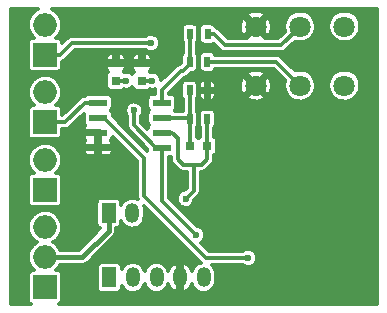
<source format=gbl>
G04 #@! TF.FileFunction,Copper,L2,Bot,Signal*
%FSLAX46Y46*%
G04 Gerber Fmt 4.6, Leading zero omitted, Abs format (unit mm)*
G04 Created by KiCad (PCBNEW 4.0.4-1.fc24-product) date Tue Jun  5 14:17:38 2018*
%MOMM*%
%LPD*%
G01*
G04 APERTURE LIST*
%ADD10C,0.100000*%
%ADD11C,1.800000*%
%ADD12R,1.200000X1.700000*%
%ADD13O,1.200000X1.700000*%
%ADD14R,0.800000X0.750000*%
%ADD15O,1.998980X1.998980*%
%ADD16R,1.998980X1.998980*%
%ADD17R,0.500000X0.900000*%
%ADD18R,1.550000X0.600000*%
%ADD19R,0.750000X0.800000*%
%ADD20C,0.600000*%
%ADD21C,0.300000*%
%ADD22C,0.400000*%
G04 APERTURE END LIST*
D10*
D11*
X153750000Y-80000000D03*
X150000000Y-80000000D03*
X146250000Y-80000000D03*
X153750000Y-85000000D03*
X150000000Y-85000000D03*
X146250000Y-85000000D03*
D12*
X133850000Y-101250000D03*
D13*
X135850000Y-101250000D03*
X137850000Y-101250000D03*
X139850000Y-101250000D03*
X141850000Y-101250000D03*
D14*
X142150000Y-90100000D03*
X140650000Y-90100000D03*
D15*
X128400000Y-91310000D03*
D16*
X128400000Y-93850000D03*
D17*
X140664739Y-80635261D03*
X142164739Y-80635261D03*
X142150000Y-87850000D03*
X140650000Y-87850000D03*
X142150000Y-85400000D03*
X140650000Y-85400000D03*
D18*
X132900000Y-90255000D03*
X132900000Y-88985000D03*
X132900000Y-87715000D03*
X132900000Y-86445000D03*
X138300000Y-86445000D03*
X138300000Y-87715000D03*
X138300000Y-88985000D03*
X138300000Y-90255000D03*
D15*
X128405024Y-85573844D03*
D16*
X128405024Y-88113844D03*
D15*
X128400000Y-97000000D03*
D16*
X128400000Y-102080000D03*
D15*
X128400000Y-99540000D03*
X128400000Y-79860000D03*
D16*
X128400000Y-82400000D03*
D17*
X140650000Y-83000000D03*
X142150000Y-83000000D03*
D12*
X133800000Y-95800000D03*
D13*
X135800000Y-95800000D03*
D19*
X136600000Y-84600000D03*
X136600000Y-83100000D03*
X134400000Y-84600000D03*
X134400000Y-83100000D03*
D20*
X137500008Y-84600000D03*
X135299994Y-84600000D03*
X145600000Y-99600000D03*
X137400000Y-81400016D03*
X140300000Y-94600000D03*
X139200000Y-81600000D03*
X130900000Y-83300000D03*
X141197960Y-97652040D03*
X135949998Y-87100000D03*
D21*
X136600000Y-84600000D02*
X137500008Y-84600000D01*
X134400000Y-84600000D02*
X135299994Y-84600000D01*
X142035916Y-99600000D02*
X145175736Y-99600000D01*
X145175736Y-99600000D02*
X145600000Y-99600000D01*
X136800000Y-94364084D02*
X142035916Y-99600000D01*
X133375000Y-87715000D02*
X136800000Y-91140000D01*
X132900000Y-87715000D02*
X133375000Y-87715000D01*
X136800000Y-91140000D02*
X136800000Y-94364084D01*
X136975736Y-81400016D02*
X137400000Y-81400016D01*
X130699474Y-81400016D02*
X136975736Y-81400016D01*
X129699490Y-82400000D02*
X130699474Y-81400016D01*
X128400000Y-82400000D02*
X129699490Y-82400000D01*
X132900000Y-86445000D02*
X131755000Y-86445000D01*
X131755000Y-86445000D02*
X130086156Y-88113844D01*
X130086156Y-88113844D02*
X128405024Y-88113844D01*
X138300000Y-87715000D02*
X140515000Y-87715000D01*
X140515000Y-87715000D02*
X140650000Y-87850000D01*
X140650000Y-87750000D02*
X140650000Y-85400000D01*
X140650000Y-87750000D02*
X140650000Y-90000000D01*
X140100000Y-91700000D02*
X141000000Y-91700000D01*
X141000000Y-91700000D02*
X141700000Y-91700000D01*
X140300000Y-94600000D02*
X141000000Y-93900000D01*
X141000000Y-93900000D02*
X141000000Y-91700000D01*
X138300000Y-88985000D02*
X139185000Y-88985000D01*
X139185000Y-88985000D02*
X139650000Y-89450000D01*
X139650000Y-89450000D02*
X139650000Y-91250000D01*
X139650000Y-91250000D02*
X140100000Y-91700000D01*
X141700000Y-91700000D02*
X142150000Y-91250000D01*
X142150000Y-91250000D02*
X142150000Y-90750000D01*
X142150000Y-90750000D02*
X142150000Y-90100000D01*
X142150000Y-90100000D02*
X142150000Y-87850000D01*
X133850000Y-101250000D02*
X133850000Y-101000000D01*
X136600000Y-83100000D02*
X136600000Y-83125000D01*
X134400000Y-83100000D02*
X134400000Y-83125000D01*
X143679478Y-81600000D02*
X148400000Y-81600000D01*
X148400000Y-81600000D02*
X150000000Y-80000000D01*
X142164739Y-80635261D02*
X142714739Y-80635261D01*
X142714739Y-80635261D02*
X143679478Y-81600000D01*
X150000000Y-85000000D02*
X148000000Y-83000000D01*
X148000000Y-83000000D02*
X142150000Y-83000000D01*
X138300000Y-90255000D02*
X138300000Y-94754080D01*
X138300000Y-94754080D02*
X140440008Y-96894088D01*
X140440008Y-96894088D02*
X141197960Y-97652040D01*
X135949998Y-87524264D02*
X135949998Y-87100000D01*
X135949998Y-88379998D02*
X135949998Y-87524264D01*
X137825000Y-90255000D02*
X135949998Y-88379998D01*
X138300000Y-90255000D02*
X137825000Y-90255000D01*
X135850000Y-101250000D02*
X135850000Y-101000000D01*
X140650000Y-83200000D02*
X140650000Y-83000000D01*
X138300000Y-86445000D02*
X138300000Y-85350000D01*
X138300000Y-85350000D02*
X139900000Y-83750000D01*
X140100000Y-83750000D02*
X140650000Y-83200000D01*
X139900000Y-83750000D02*
X140100000Y-83750000D01*
X140650000Y-83000000D02*
X140650000Y-80650000D01*
X140650000Y-80650000D02*
X140664739Y-80635261D01*
D22*
X128400000Y-99540000D02*
X131560000Y-99540000D01*
X131560000Y-99540000D02*
X133800000Y-97300000D01*
X133800000Y-97300000D02*
X133800000Y-95800000D01*
X128400000Y-99540000D02*
X128410000Y-99550000D01*
D21*
G36*
X127606313Y-78640105D02*
X127385845Y-78817366D01*
X127204006Y-79034073D01*
X127067723Y-79281972D01*
X126982185Y-79551621D01*
X126950651Y-79832749D01*
X126950510Y-79852987D01*
X126950510Y-79867013D01*
X126978115Y-80148554D01*
X127059880Y-80419371D01*
X127192689Y-80669149D01*
X127371484Y-80888373D01*
X127443963Y-80948333D01*
X127400510Y-80948333D01*
X127328849Y-80954047D01*
X127207305Y-80991688D01*
X127101059Y-81061699D01*
X127018524Y-81158538D01*
X126966235Y-81274536D01*
X126948333Y-81400510D01*
X126948333Y-83399490D01*
X126954047Y-83471151D01*
X126991688Y-83592695D01*
X127061699Y-83698941D01*
X127158538Y-83781476D01*
X127274536Y-83833765D01*
X127400510Y-83851667D01*
X129399490Y-83851667D01*
X129471151Y-83845953D01*
X129592695Y-83808312D01*
X129698941Y-83738301D01*
X129781476Y-83641462D01*
X129833765Y-83525464D01*
X129851667Y-83399490D01*
X129851667Y-82977814D01*
X129869128Y-82972542D01*
X129922311Y-82957091D01*
X129925109Y-82955641D01*
X129928132Y-82954728D01*
X129977063Y-82928711D01*
X130026274Y-82903203D01*
X130028742Y-82901233D01*
X130031525Y-82899753D01*
X130074440Y-82864752D01*
X130117790Y-82830146D01*
X130122181Y-82825816D01*
X130122271Y-82825742D01*
X130122340Y-82825658D01*
X130123754Y-82824264D01*
X130292339Y-82655679D01*
X133575000Y-82655679D01*
X133575000Y-82837500D01*
X133687500Y-82950000D01*
X134250000Y-82950000D01*
X134250000Y-82362500D01*
X134550000Y-82362500D01*
X134550000Y-82950000D01*
X135112500Y-82950000D01*
X135225000Y-82837500D01*
X135225000Y-82655679D01*
X135775000Y-82655679D01*
X135775000Y-82837500D01*
X135887500Y-82950000D01*
X136450000Y-82950000D01*
X136450000Y-82362500D01*
X136750000Y-82362500D01*
X136750000Y-82950000D01*
X137312500Y-82950000D01*
X137425000Y-82837500D01*
X137425000Y-82655679D01*
X137407707Y-82568740D01*
X137373785Y-82486845D01*
X137324538Y-82413142D01*
X137261858Y-82350462D01*
X137188155Y-82301215D01*
X137106260Y-82267293D01*
X137019321Y-82250000D01*
X136862500Y-82250000D01*
X136750000Y-82362500D01*
X136450000Y-82362500D01*
X136337500Y-82250000D01*
X136180679Y-82250000D01*
X136093740Y-82267293D01*
X136011845Y-82301215D01*
X135938142Y-82350462D01*
X135875462Y-82413142D01*
X135826215Y-82486845D01*
X135792293Y-82568740D01*
X135775000Y-82655679D01*
X135225000Y-82655679D01*
X135207707Y-82568740D01*
X135173785Y-82486845D01*
X135124538Y-82413142D01*
X135061858Y-82350462D01*
X134988155Y-82301215D01*
X134906260Y-82267293D01*
X134819321Y-82250000D01*
X134662500Y-82250000D01*
X134550000Y-82362500D01*
X134250000Y-82362500D01*
X134137500Y-82250000D01*
X133980679Y-82250000D01*
X133893740Y-82267293D01*
X133811845Y-82301215D01*
X133738142Y-82350462D01*
X133675462Y-82413142D01*
X133626215Y-82486845D01*
X133592293Y-82568740D01*
X133575000Y-82655679D01*
X130292339Y-82655679D01*
X130948002Y-82000016D01*
X136949087Y-82000016D01*
X137032335Y-82057875D01*
X137167116Y-82116760D01*
X137310767Y-82148344D01*
X137457818Y-82151424D01*
X137602666Y-82125883D01*
X137739794Y-82072695D01*
X137863980Y-81993884D01*
X137970493Y-81892453D01*
X138055277Y-81772265D01*
X138115100Y-81637898D01*
X138147686Y-81494471D01*
X138150032Y-81326475D01*
X138121464Y-81182193D01*
X138065415Y-81046209D01*
X137984021Y-80923700D01*
X137880381Y-80819335D01*
X137758444Y-80737087D01*
X137622854Y-80680091D01*
X137478776Y-80650515D01*
X137331697Y-80649489D01*
X137187219Y-80677049D01*
X137050847Y-80732147D01*
X136947132Y-80800016D01*
X130699474Y-80800016D01*
X130644304Y-80805425D01*
X130589103Y-80810255D01*
X130586074Y-80811135D01*
X130582933Y-80811443D01*
X130529836Y-80827474D01*
X130476653Y-80842925D01*
X130473855Y-80844375D01*
X130470832Y-80845288D01*
X130421901Y-80871305D01*
X130372690Y-80896813D01*
X130370222Y-80898783D01*
X130367439Y-80900263D01*
X130324554Y-80935239D01*
X130281174Y-80969869D01*
X130276782Y-80974202D01*
X130276693Y-80974274D01*
X130276625Y-80974356D01*
X130275210Y-80975752D01*
X129851577Y-81399385D01*
X129845953Y-81328849D01*
X129808312Y-81207305D01*
X129738301Y-81101059D01*
X129641462Y-81018524D01*
X129525464Y-80966235D01*
X129399490Y-80948333D01*
X129357317Y-80948333D01*
X129414155Y-80902634D01*
X129595994Y-80685927D01*
X129732277Y-80438028D01*
X129817815Y-80168379D01*
X129849349Y-79887251D01*
X129849490Y-79867013D01*
X129849490Y-79852987D01*
X129821885Y-79571446D01*
X129740120Y-79300629D01*
X129607311Y-79050851D01*
X129582711Y-79020688D01*
X145482820Y-79020688D01*
X146250000Y-79787868D01*
X147017180Y-79020688D01*
X146921107Y-78821105D01*
X146678221Y-78712831D01*
X146418879Y-78654022D01*
X146153046Y-78646938D01*
X145890940Y-78691851D01*
X145642632Y-78787036D01*
X145578893Y-78821105D01*
X145482820Y-79020688D01*
X129582711Y-79020688D01*
X129428516Y-78831627D01*
X129210545Y-78651305D01*
X128976947Y-78525000D01*
X156475000Y-78525000D01*
X156475000Y-103475000D01*
X129612897Y-103475000D01*
X129698941Y-103418301D01*
X129781476Y-103321462D01*
X129833765Y-103205464D01*
X129851667Y-103079490D01*
X129851667Y-101080510D01*
X129845953Y-101008849D01*
X129808312Y-100887305D01*
X129738301Y-100781059D01*
X129641462Y-100698524D01*
X129525464Y-100646235D01*
X129399490Y-100628333D01*
X129357317Y-100628333D01*
X129414155Y-100582634D01*
X129567403Y-100400000D01*
X132797823Y-100400000D01*
X132797823Y-102100000D01*
X132803537Y-102171661D01*
X132841178Y-102293205D01*
X132911189Y-102399451D01*
X133008028Y-102481986D01*
X133124026Y-102534275D01*
X133250000Y-102552177D01*
X134450000Y-102552177D01*
X134521661Y-102546463D01*
X134643205Y-102508822D01*
X134749451Y-102438811D01*
X134831986Y-102341972D01*
X134884275Y-102225974D01*
X134902177Y-102100000D01*
X134902177Y-101949577D01*
X134975433Y-102087351D01*
X135104951Y-102246156D01*
X135262847Y-102376779D01*
X135443109Y-102474246D01*
X135638868Y-102534844D01*
X135842670Y-102556264D01*
X136046750Y-102537692D01*
X136243337Y-102479833D01*
X136424941Y-102384893D01*
X136584647Y-102256486D01*
X136716369Y-102099505D01*
X136815092Y-101919929D01*
X136850043Y-101809751D01*
X136879227Y-101906414D01*
X136975433Y-102087351D01*
X137104951Y-102246156D01*
X137262847Y-102376779D01*
X137443109Y-102474246D01*
X137638868Y-102534844D01*
X137842670Y-102556264D01*
X138046750Y-102537692D01*
X138243337Y-102479833D01*
X138424941Y-102384893D01*
X138584647Y-102256486D01*
X138716369Y-102099505D01*
X138815092Y-101919929D01*
X138844364Y-101827651D01*
X138896413Y-101967076D01*
X139005858Y-102144137D01*
X139147743Y-102296444D01*
X139316615Y-102418144D01*
X139539275Y-102502970D01*
X139700000Y-102425422D01*
X139700000Y-101400000D01*
X139680000Y-101400000D01*
X139680000Y-101100000D01*
X139700000Y-101100000D01*
X139700000Y-100074578D01*
X139539275Y-99997030D01*
X139316615Y-100081856D01*
X139147743Y-100203556D01*
X139005858Y-100355863D01*
X138896413Y-100532924D01*
X138844469Y-100672070D01*
X138820773Y-100593586D01*
X138724567Y-100412649D01*
X138595049Y-100253844D01*
X138437153Y-100123221D01*
X138256891Y-100025754D01*
X138061132Y-99965156D01*
X137857330Y-99943736D01*
X137653250Y-99962308D01*
X137456663Y-100020167D01*
X137275059Y-100115107D01*
X137115353Y-100243514D01*
X136983631Y-100400495D01*
X136884908Y-100580071D01*
X136849957Y-100690249D01*
X136820773Y-100593586D01*
X136724567Y-100412649D01*
X136595049Y-100253844D01*
X136437153Y-100123221D01*
X136256891Y-100025754D01*
X136061132Y-99965156D01*
X135857330Y-99943736D01*
X135653250Y-99962308D01*
X135456663Y-100020167D01*
X135275059Y-100115107D01*
X135115353Y-100243514D01*
X134983631Y-100400495D01*
X134902177Y-100548659D01*
X134902177Y-100400000D01*
X134896463Y-100328339D01*
X134858822Y-100206795D01*
X134788811Y-100100549D01*
X134691972Y-100018014D01*
X134575974Y-99965725D01*
X134450000Y-99947823D01*
X133250000Y-99947823D01*
X133178339Y-99953537D01*
X133056795Y-99991178D01*
X132950549Y-100061189D01*
X132868014Y-100158028D01*
X132815725Y-100274026D01*
X132797823Y-100400000D01*
X129567403Y-100400000D01*
X129595994Y-100365927D01*
X129692710Y-100190000D01*
X131560000Y-100190000D01*
X131619778Y-100184139D01*
X131679568Y-100178908D01*
X131682850Y-100177955D01*
X131686252Y-100177621D01*
X131743735Y-100160266D01*
X131801389Y-100143516D01*
X131804424Y-100141943D01*
X131807696Y-100140955D01*
X131860731Y-100112756D01*
X131914015Y-100085136D01*
X131916684Y-100083005D01*
X131919705Y-100081399D01*
X131966232Y-100043452D01*
X132013158Y-100005992D01*
X132017913Y-100001302D01*
X132018012Y-100001221D01*
X132018088Y-100001129D01*
X132019619Y-99999619D01*
X134259619Y-97759620D01*
X134297743Y-97713208D01*
X134336324Y-97667229D01*
X134337970Y-97664235D01*
X134340140Y-97661593D01*
X134368525Y-97608655D01*
X134397438Y-97556062D01*
X134398471Y-97552806D01*
X134400087Y-97549792D01*
X134417640Y-97492378D01*
X134435796Y-97435143D01*
X134436177Y-97431744D01*
X134437176Y-97428477D01*
X134443240Y-97368779D01*
X134449937Y-97309075D01*
X134449983Y-97302393D01*
X134449996Y-97302269D01*
X134449985Y-97302153D01*
X134450000Y-97300000D01*
X134450000Y-97098190D01*
X134471661Y-97096463D01*
X134593205Y-97058822D01*
X134699451Y-96988811D01*
X134781986Y-96891972D01*
X134834275Y-96775974D01*
X134852177Y-96650000D01*
X134852177Y-96499577D01*
X134925433Y-96637351D01*
X135054951Y-96796156D01*
X135212847Y-96926779D01*
X135393109Y-97024246D01*
X135588868Y-97084844D01*
X135792670Y-97106264D01*
X135996750Y-97087692D01*
X136193337Y-97029833D01*
X136374941Y-96934893D01*
X136534647Y-96806486D01*
X136666369Y-96649505D01*
X136765092Y-96469929D01*
X136827055Y-96274597D01*
X136849898Y-96070950D01*
X136850000Y-96056290D01*
X136850000Y-95543710D01*
X136830003Y-95339764D01*
X136787986Y-95200598D01*
X141573243Y-99985855D01*
X141456663Y-100020167D01*
X141275059Y-100115107D01*
X141115353Y-100243514D01*
X140983631Y-100400495D01*
X140884908Y-100580071D01*
X140855636Y-100672349D01*
X140803587Y-100532924D01*
X140694142Y-100355863D01*
X140552257Y-100203556D01*
X140383385Y-100081856D01*
X140160725Y-99997030D01*
X140000000Y-100074578D01*
X140000000Y-101100000D01*
X140020000Y-101100000D01*
X140020000Y-101400000D01*
X140000000Y-101400000D01*
X140000000Y-102425422D01*
X140160725Y-102502970D01*
X140383385Y-102418144D01*
X140552257Y-102296444D01*
X140694142Y-102144137D01*
X140803587Y-101967076D01*
X140855531Y-101827930D01*
X140879227Y-101906414D01*
X140975433Y-102087351D01*
X141104951Y-102246156D01*
X141262847Y-102376779D01*
X141443109Y-102474246D01*
X141638868Y-102534844D01*
X141842670Y-102556264D01*
X142046750Y-102537692D01*
X142243337Y-102479833D01*
X142424941Y-102384893D01*
X142584647Y-102256486D01*
X142716369Y-102099505D01*
X142815092Y-101919929D01*
X142877055Y-101724597D01*
X142899898Y-101520950D01*
X142900000Y-101506290D01*
X142900000Y-100993710D01*
X142880003Y-100789764D01*
X142820773Y-100593586D01*
X142724567Y-100412649D01*
X142595049Y-100253844D01*
X142529963Y-100200000D01*
X145149087Y-100200000D01*
X145232335Y-100257859D01*
X145367116Y-100316744D01*
X145510767Y-100348328D01*
X145657818Y-100351408D01*
X145802666Y-100325867D01*
X145939794Y-100272679D01*
X146063980Y-100193868D01*
X146170493Y-100092437D01*
X146255277Y-99972249D01*
X146315100Y-99837882D01*
X146347686Y-99694455D01*
X146350032Y-99526459D01*
X146321464Y-99382177D01*
X146265415Y-99246193D01*
X146184021Y-99123684D01*
X146080381Y-99019319D01*
X145958444Y-98937071D01*
X145822854Y-98880075D01*
X145678776Y-98850499D01*
X145531697Y-98849473D01*
X145387219Y-98877033D01*
X145250847Y-98932131D01*
X145147132Y-99000000D01*
X142284444Y-99000000D01*
X141581439Y-98296995D01*
X141661940Y-98245908D01*
X141768453Y-98144477D01*
X141853237Y-98024289D01*
X141913060Y-97889922D01*
X141945646Y-97746495D01*
X141947992Y-97578499D01*
X141919424Y-97434217D01*
X141863375Y-97298233D01*
X141781981Y-97175724D01*
X141678341Y-97071359D01*
X141556404Y-96989111D01*
X141420814Y-96932115D01*
X141302218Y-96907770D01*
X138900000Y-94505552D01*
X138900000Y-91007177D01*
X139050000Y-91007177D01*
X139050000Y-91250000D01*
X139055409Y-91305170D01*
X139060239Y-91360371D01*
X139061119Y-91363400D01*
X139061427Y-91366541D01*
X139077458Y-91419638D01*
X139092909Y-91472821D01*
X139094359Y-91475619D01*
X139095272Y-91478642D01*
X139121289Y-91527573D01*
X139146797Y-91576784D01*
X139148767Y-91579252D01*
X139150247Y-91582035D01*
X139185248Y-91624950D01*
X139219854Y-91668300D01*
X139224184Y-91672691D01*
X139224258Y-91672781D01*
X139224342Y-91672850D01*
X139225736Y-91674264D01*
X139675736Y-92124264D01*
X139718559Y-92159439D01*
X139761020Y-92195068D01*
X139763784Y-92196587D01*
X139766223Y-92198591D01*
X139815101Y-92224799D01*
X139863635Y-92251481D01*
X139866640Y-92252434D01*
X139869422Y-92253926D01*
X139922440Y-92270135D01*
X139975253Y-92286889D01*
X139978388Y-92287241D01*
X139981405Y-92288163D01*
X140036504Y-92293759D01*
X140091623Y-92299942D01*
X140097795Y-92299985D01*
X140097906Y-92299996D01*
X140098009Y-92299986D01*
X140100000Y-92300000D01*
X140400000Y-92300000D01*
X140400000Y-93651472D01*
X140194999Y-93856473D01*
X140087219Y-93877033D01*
X139950847Y-93932131D01*
X139827773Y-94012668D01*
X139722687Y-94115577D01*
X139639590Y-94236936D01*
X139581648Y-94372125D01*
X139551068Y-94515994D01*
X139549014Y-94663062D01*
X139575565Y-94807728D01*
X139629710Y-94944482D01*
X139709386Y-95068115D01*
X139811558Y-95173917D01*
X139932335Y-95257859D01*
X140067116Y-95316744D01*
X140210767Y-95348328D01*
X140357818Y-95351408D01*
X140502666Y-95325867D01*
X140639794Y-95272679D01*
X140763980Y-95193868D01*
X140870493Y-95092437D01*
X140955277Y-94972249D01*
X141015100Y-94837882D01*
X141045808Y-94702720D01*
X141424264Y-94324264D01*
X141459439Y-94281441D01*
X141495068Y-94238980D01*
X141496587Y-94236216D01*
X141498591Y-94233777D01*
X141524799Y-94184899D01*
X141551481Y-94136365D01*
X141552434Y-94133360D01*
X141553926Y-94130578D01*
X141570135Y-94077560D01*
X141586889Y-94024747D01*
X141587241Y-94021612D01*
X141588163Y-94018595D01*
X141593759Y-93963496D01*
X141599942Y-93908377D01*
X141599985Y-93902205D01*
X141599996Y-93902094D01*
X141599986Y-93901991D01*
X141600000Y-93900000D01*
X141600000Y-92300000D01*
X141700000Y-92300000D01*
X141755170Y-92294591D01*
X141810371Y-92289761D01*
X141813400Y-92288881D01*
X141816541Y-92288573D01*
X141869638Y-92272542D01*
X141922821Y-92257091D01*
X141925619Y-92255641D01*
X141928642Y-92254728D01*
X141977573Y-92228711D01*
X142026784Y-92203203D01*
X142029252Y-92201233D01*
X142032035Y-92199753D01*
X142074950Y-92164752D01*
X142118300Y-92130146D01*
X142122691Y-92125816D01*
X142122781Y-92125742D01*
X142122850Y-92125658D01*
X142124264Y-92124264D01*
X142574264Y-91674264D01*
X142609439Y-91631441D01*
X142645068Y-91588980D01*
X142646587Y-91586216D01*
X142648591Y-91583777D01*
X142674799Y-91534899D01*
X142701481Y-91486365D01*
X142702434Y-91483360D01*
X142703926Y-91480578D01*
X142720135Y-91427560D01*
X142736889Y-91374747D01*
X142737241Y-91371612D01*
X142738163Y-91368595D01*
X142743759Y-91313496D01*
X142749942Y-91258377D01*
X142749985Y-91252205D01*
X142749996Y-91252094D01*
X142749986Y-91251991D01*
X142750000Y-91250000D01*
X142750000Y-90879344D01*
X142849451Y-90813811D01*
X142931986Y-90716972D01*
X142984275Y-90600974D01*
X143002177Y-90475000D01*
X143002177Y-89725000D01*
X142996463Y-89653339D01*
X142958822Y-89531795D01*
X142888811Y-89425549D01*
X142791972Y-89343014D01*
X142750000Y-89324094D01*
X142750000Y-88579501D01*
X142781986Y-88541972D01*
X142834275Y-88425974D01*
X142852177Y-88300000D01*
X142852177Y-87400000D01*
X142846463Y-87328339D01*
X142808822Y-87206795D01*
X142738811Y-87100549D01*
X142641972Y-87018014D01*
X142525974Y-86965725D01*
X142400000Y-86947823D01*
X141900000Y-86947823D01*
X141828339Y-86953537D01*
X141706795Y-86991178D01*
X141600549Y-87061189D01*
X141518014Y-87158028D01*
X141465725Y-87274026D01*
X141447823Y-87400000D01*
X141447823Y-88300000D01*
X141453537Y-88371661D01*
X141491178Y-88493205D01*
X141550000Y-88582471D01*
X141550000Y-89320656D01*
X141450549Y-89386189D01*
X141401104Y-89444204D01*
X141388811Y-89425549D01*
X141291972Y-89343014D01*
X141250000Y-89324094D01*
X141250000Y-88579501D01*
X141281986Y-88541972D01*
X141334275Y-88425974D01*
X141352177Y-88300000D01*
X141352177Y-87400000D01*
X141346463Y-87328339D01*
X141308822Y-87206795D01*
X141250000Y-87117529D01*
X141250000Y-86129501D01*
X141281986Y-86091972D01*
X141334275Y-85975974D01*
X141352177Y-85850000D01*
X141352177Y-85662500D01*
X141450000Y-85662500D01*
X141450000Y-85894321D01*
X141467293Y-85981260D01*
X141501215Y-86063155D01*
X141550462Y-86136858D01*
X141613142Y-86199538D01*
X141686845Y-86248785D01*
X141768740Y-86282707D01*
X141855679Y-86300000D01*
X141912500Y-86300000D01*
X142025000Y-86187500D01*
X142025000Y-85550000D01*
X142275000Y-85550000D01*
X142275000Y-86187500D01*
X142387500Y-86300000D01*
X142444321Y-86300000D01*
X142531260Y-86282707D01*
X142613155Y-86248785D01*
X142686858Y-86199538D01*
X142749538Y-86136858D01*
X142798785Y-86063155D01*
X142832707Y-85981260D01*
X142833094Y-85979312D01*
X145482820Y-85979312D01*
X145578893Y-86178895D01*
X145821779Y-86287169D01*
X146081121Y-86345978D01*
X146346954Y-86353062D01*
X146609060Y-86308149D01*
X146857368Y-86212964D01*
X146921107Y-86178895D01*
X147017180Y-85979312D01*
X146250000Y-85212132D01*
X145482820Y-85979312D01*
X142833094Y-85979312D01*
X142850000Y-85894321D01*
X142850000Y-85662500D01*
X142737500Y-85550000D01*
X142275000Y-85550000D01*
X142025000Y-85550000D01*
X141562500Y-85550000D01*
X141450000Y-85662500D01*
X141352177Y-85662500D01*
X141352177Y-84950000D01*
X141348643Y-84905679D01*
X141450000Y-84905679D01*
X141450000Y-85137500D01*
X141562500Y-85250000D01*
X142025000Y-85250000D01*
X142025000Y-84612500D01*
X142275000Y-84612500D01*
X142275000Y-85250000D01*
X142737500Y-85250000D01*
X142850000Y-85137500D01*
X142850000Y-85096954D01*
X144896938Y-85096954D01*
X144941851Y-85359060D01*
X145037036Y-85607368D01*
X145071105Y-85671107D01*
X145270688Y-85767180D01*
X146037868Y-85000000D01*
X146462132Y-85000000D01*
X147229312Y-85767180D01*
X147428895Y-85671107D01*
X147537169Y-85428221D01*
X147595978Y-85168879D01*
X147603062Y-84903046D01*
X147558149Y-84640940D01*
X147462964Y-84392632D01*
X147428895Y-84328893D01*
X147229312Y-84232820D01*
X146462132Y-85000000D01*
X146037868Y-85000000D01*
X145270688Y-84232820D01*
X145071105Y-84328893D01*
X144962831Y-84571779D01*
X144904022Y-84831121D01*
X144896938Y-85096954D01*
X142850000Y-85096954D01*
X142850000Y-84905679D01*
X142832707Y-84818740D01*
X142798785Y-84736845D01*
X142749538Y-84663142D01*
X142686858Y-84600462D01*
X142613155Y-84551215D01*
X142531260Y-84517293D01*
X142444321Y-84500000D01*
X142387500Y-84500000D01*
X142275000Y-84612500D01*
X142025000Y-84612500D01*
X141912500Y-84500000D01*
X141855679Y-84500000D01*
X141768740Y-84517293D01*
X141686845Y-84551215D01*
X141613142Y-84600462D01*
X141550462Y-84663142D01*
X141501215Y-84736845D01*
X141467293Y-84818740D01*
X141450000Y-84905679D01*
X141348643Y-84905679D01*
X141346463Y-84878339D01*
X141308822Y-84756795D01*
X141238811Y-84650549D01*
X141141972Y-84568014D01*
X141025974Y-84515725D01*
X140900000Y-84497823D01*
X140400000Y-84497823D01*
X140328339Y-84503537D01*
X140206795Y-84541178D01*
X140100549Y-84611189D01*
X140018014Y-84708028D01*
X139965725Y-84824026D01*
X139947823Y-84950000D01*
X139947823Y-85850000D01*
X139953537Y-85921661D01*
X139991178Y-86043205D01*
X140050000Y-86132471D01*
X140050000Y-87115000D01*
X139413167Y-87115000D01*
X139375344Y-87082764D01*
X139456986Y-86986972D01*
X139509275Y-86870974D01*
X139527177Y-86745000D01*
X139527177Y-86145000D01*
X139521463Y-86073339D01*
X139483822Y-85951795D01*
X139413811Y-85845549D01*
X139316972Y-85763014D01*
X139200974Y-85710725D01*
X139075000Y-85692823D01*
X138900000Y-85692823D01*
X138900000Y-85598528D01*
X140153804Y-84344724D01*
X140155170Y-84344591D01*
X140210371Y-84339761D01*
X140213400Y-84338881D01*
X140216541Y-84338573D01*
X140269638Y-84322542D01*
X140322821Y-84307091D01*
X140325619Y-84305641D01*
X140328642Y-84304728D01*
X140377573Y-84278711D01*
X140426784Y-84253203D01*
X140429252Y-84251233D01*
X140432035Y-84249753D01*
X140474950Y-84214752D01*
X140518300Y-84180146D01*
X140522691Y-84175816D01*
X140522781Y-84175742D01*
X140522850Y-84175658D01*
X140524264Y-84174264D01*
X140677840Y-84020688D01*
X145482820Y-84020688D01*
X146250000Y-84787868D01*
X147017180Y-84020688D01*
X146921107Y-83821105D01*
X146678221Y-83712831D01*
X146418879Y-83654022D01*
X146153046Y-83646938D01*
X145890940Y-83691851D01*
X145642632Y-83787036D01*
X145578893Y-83821105D01*
X145482820Y-84020688D01*
X140677840Y-84020688D01*
X140796351Y-83902177D01*
X140900000Y-83902177D01*
X140971661Y-83896463D01*
X141093205Y-83858822D01*
X141199451Y-83788811D01*
X141281986Y-83691972D01*
X141334275Y-83575974D01*
X141352177Y-83450000D01*
X141352177Y-82550000D01*
X141447823Y-82550000D01*
X141447823Y-83450000D01*
X141453537Y-83521661D01*
X141491178Y-83643205D01*
X141561189Y-83749451D01*
X141658028Y-83831986D01*
X141774026Y-83884275D01*
X141900000Y-83902177D01*
X142400000Y-83902177D01*
X142471661Y-83896463D01*
X142593205Y-83858822D01*
X142699451Y-83788811D01*
X142781986Y-83691972D01*
X142823445Y-83600000D01*
X147751472Y-83600000D01*
X148717266Y-84565794D01*
X148706966Y-84589826D01*
X148651922Y-84848789D01*
X148648226Y-85113512D01*
X148696018Y-85373911D01*
X148793478Y-85620068D01*
X148936895Y-85842607D01*
X149120805Y-86033051D01*
X149338203Y-86184147D01*
X149580809Y-86290139D01*
X149839381Y-86346989D01*
X150104072Y-86352534D01*
X150364798Y-86306561D01*
X150611630Y-86210821D01*
X150835164Y-86068962D01*
X151026888Y-85886386D01*
X151179498Y-85670048D01*
X151287181Y-85428188D01*
X151345835Y-85170019D01*
X151346624Y-85113512D01*
X152398226Y-85113512D01*
X152446018Y-85373911D01*
X152543478Y-85620068D01*
X152686895Y-85842607D01*
X152870805Y-86033051D01*
X153088203Y-86184147D01*
X153330809Y-86290139D01*
X153589381Y-86346989D01*
X153854072Y-86352534D01*
X154114798Y-86306561D01*
X154361630Y-86210821D01*
X154585164Y-86068962D01*
X154776888Y-85886386D01*
X154929498Y-85670048D01*
X155037181Y-85428188D01*
X155095835Y-85170019D01*
X155100058Y-84867626D01*
X155048635Y-84607919D01*
X154947747Y-84363147D01*
X154801237Y-84142632D01*
X154614686Y-83954774D01*
X154395199Y-83806729D01*
X154151137Y-83704134D01*
X153891796Y-83650899D01*
X153627054Y-83649051D01*
X153366995Y-83698660D01*
X153121524Y-83797836D01*
X152899992Y-83942803D01*
X152710836Y-84128038D01*
X152561262Y-84346486D01*
X152456966Y-84589826D01*
X152401922Y-84848789D01*
X152398226Y-85113512D01*
X151346624Y-85113512D01*
X151350058Y-84867626D01*
X151298635Y-84607919D01*
X151197747Y-84363147D01*
X151051237Y-84142632D01*
X150864686Y-83954774D01*
X150645199Y-83806729D01*
X150401137Y-83704134D01*
X150141796Y-83650899D01*
X149877054Y-83649051D01*
X149616995Y-83698660D01*
X149567276Y-83718748D01*
X148424264Y-82575736D01*
X148381441Y-82540561D01*
X148338980Y-82504932D01*
X148336216Y-82503413D01*
X148333777Y-82501409D01*
X148284899Y-82475201D01*
X148236365Y-82448519D01*
X148233360Y-82447566D01*
X148230578Y-82446074D01*
X148177560Y-82429865D01*
X148124747Y-82413111D01*
X148121612Y-82412759D01*
X148118595Y-82411837D01*
X148063496Y-82406241D01*
X148008377Y-82400058D01*
X148002205Y-82400015D01*
X148002094Y-82400004D01*
X148001991Y-82400014D01*
X148000000Y-82400000D01*
X142822202Y-82400000D01*
X142808822Y-82356795D01*
X142738811Y-82250549D01*
X142641972Y-82168014D01*
X142525974Y-82115725D01*
X142400000Y-82097823D01*
X141900000Y-82097823D01*
X141828339Y-82103537D01*
X141706795Y-82141178D01*
X141600549Y-82211189D01*
X141518014Y-82308028D01*
X141465725Y-82424026D01*
X141447823Y-82550000D01*
X141352177Y-82550000D01*
X141346463Y-82478339D01*
X141308822Y-82356795D01*
X141250000Y-82267529D01*
X141250000Y-81382056D01*
X141296725Y-81327233D01*
X141349014Y-81211235D01*
X141366916Y-81085261D01*
X141366916Y-80185261D01*
X141462562Y-80185261D01*
X141462562Y-81085261D01*
X141468276Y-81156922D01*
X141505917Y-81278466D01*
X141575928Y-81384712D01*
X141672767Y-81467247D01*
X141788765Y-81519536D01*
X141914739Y-81537438D01*
X142414739Y-81537438D01*
X142486400Y-81531724D01*
X142607944Y-81494083D01*
X142678524Y-81447574D01*
X143255214Y-82024264D01*
X143298037Y-82059439D01*
X143340498Y-82095068D01*
X143343262Y-82096587D01*
X143345701Y-82098591D01*
X143394579Y-82124799D01*
X143443113Y-82151481D01*
X143446118Y-82152434D01*
X143448900Y-82153926D01*
X143501918Y-82170135D01*
X143554731Y-82186889D01*
X143557866Y-82187241D01*
X143560883Y-82188163D01*
X143615982Y-82193759D01*
X143671101Y-82199942D01*
X143677273Y-82199985D01*
X143677384Y-82199996D01*
X143677487Y-82199986D01*
X143679478Y-82200000D01*
X148400000Y-82200000D01*
X148455170Y-82194591D01*
X148510371Y-82189761D01*
X148513400Y-82188881D01*
X148516541Y-82188573D01*
X148569638Y-82172542D01*
X148622821Y-82157091D01*
X148625619Y-82155641D01*
X148628642Y-82154728D01*
X148677573Y-82128711D01*
X148726784Y-82103203D01*
X148729252Y-82101233D01*
X148732035Y-82099753D01*
X148774950Y-82064752D01*
X148818300Y-82030146D01*
X148822691Y-82025816D01*
X148822781Y-82025742D01*
X148822850Y-82025658D01*
X148824264Y-82024264D01*
X149565206Y-81283322D01*
X149580809Y-81290139D01*
X149839381Y-81346989D01*
X150104072Y-81352534D01*
X150364798Y-81306561D01*
X150611630Y-81210821D01*
X150835164Y-81068962D01*
X151026888Y-80886386D01*
X151179498Y-80670048D01*
X151287181Y-80428188D01*
X151345835Y-80170019D01*
X151346624Y-80113512D01*
X152398226Y-80113512D01*
X152446018Y-80373911D01*
X152543478Y-80620068D01*
X152686895Y-80842607D01*
X152870805Y-81033051D01*
X153088203Y-81184147D01*
X153330809Y-81290139D01*
X153589381Y-81346989D01*
X153854072Y-81352534D01*
X154114798Y-81306561D01*
X154361630Y-81210821D01*
X154585164Y-81068962D01*
X154776888Y-80886386D01*
X154929498Y-80670048D01*
X155037181Y-80428188D01*
X155095835Y-80170019D01*
X155100058Y-79867626D01*
X155048635Y-79607919D01*
X154947747Y-79363147D01*
X154801237Y-79142632D01*
X154614686Y-78954774D01*
X154395199Y-78806729D01*
X154151137Y-78704134D01*
X153891796Y-78650899D01*
X153627054Y-78649051D01*
X153366995Y-78698660D01*
X153121524Y-78797836D01*
X152899992Y-78942803D01*
X152710836Y-79128038D01*
X152561262Y-79346486D01*
X152456966Y-79589826D01*
X152401922Y-79848789D01*
X152398226Y-80113512D01*
X151346624Y-80113512D01*
X151350058Y-79867626D01*
X151298635Y-79607919D01*
X151197747Y-79363147D01*
X151051237Y-79142632D01*
X150864686Y-78954774D01*
X150645199Y-78806729D01*
X150401137Y-78704134D01*
X150141796Y-78650899D01*
X149877054Y-78649051D01*
X149616995Y-78698660D01*
X149371524Y-78797836D01*
X149149992Y-78942803D01*
X148960836Y-79128038D01*
X148811262Y-79346486D01*
X148706966Y-79589826D01*
X148651922Y-79848789D01*
X148648226Y-80113512D01*
X148696018Y-80373911D01*
X148719146Y-80432326D01*
X148151472Y-81000000D01*
X147007221Y-81000000D01*
X147017180Y-80979312D01*
X146250000Y-80212132D01*
X145482820Y-80979312D01*
X145492779Y-81000000D01*
X143928006Y-81000000D01*
X143139003Y-80210997D01*
X143096180Y-80175822D01*
X143053719Y-80140193D01*
X143050955Y-80138674D01*
X143048516Y-80136670D01*
X142999638Y-80110462D01*
X142975068Y-80096954D01*
X144896938Y-80096954D01*
X144941851Y-80359060D01*
X145037036Y-80607368D01*
X145071105Y-80671107D01*
X145270688Y-80767180D01*
X146037868Y-80000000D01*
X146462132Y-80000000D01*
X147229312Y-80767180D01*
X147428895Y-80671107D01*
X147537169Y-80428221D01*
X147595978Y-80168879D01*
X147603062Y-79903046D01*
X147558149Y-79640940D01*
X147462964Y-79392632D01*
X147428895Y-79328893D01*
X147229312Y-79232820D01*
X146462132Y-80000000D01*
X146037868Y-80000000D01*
X145270688Y-79232820D01*
X145071105Y-79328893D01*
X144962831Y-79571779D01*
X144904022Y-79831121D01*
X144896938Y-80096954D01*
X142975068Y-80096954D01*
X142951104Y-80083780D01*
X142948099Y-80082827D01*
X142945317Y-80081335D01*
X142892299Y-80065126D01*
X142841167Y-80048905D01*
X142823561Y-79992056D01*
X142753550Y-79885810D01*
X142656711Y-79803275D01*
X142540713Y-79750986D01*
X142414739Y-79733084D01*
X141914739Y-79733084D01*
X141843078Y-79738798D01*
X141721534Y-79776439D01*
X141615288Y-79846450D01*
X141532753Y-79943289D01*
X141480464Y-80059287D01*
X141462562Y-80185261D01*
X141366916Y-80185261D01*
X141361202Y-80113600D01*
X141323561Y-79992056D01*
X141253550Y-79885810D01*
X141156711Y-79803275D01*
X141040713Y-79750986D01*
X140914739Y-79733084D01*
X140414739Y-79733084D01*
X140343078Y-79738798D01*
X140221534Y-79776439D01*
X140115288Y-79846450D01*
X140032753Y-79943289D01*
X139980464Y-80059287D01*
X139962562Y-80185261D01*
X139962562Y-81085261D01*
X139968276Y-81156922D01*
X140005917Y-81278466D01*
X140050000Y-81345365D01*
X140050000Y-82270499D01*
X140018014Y-82308028D01*
X139965725Y-82424026D01*
X139947823Y-82550000D01*
X139947823Y-83053649D01*
X139846196Y-83155276D01*
X139844871Y-83155405D01*
X139789629Y-83160239D01*
X139786600Y-83161119D01*
X139783459Y-83161427D01*
X139730349Y-83177462D01*
X139677180Y-83192909D01*
X139674383Y-83194359D01*
X139671358Y-83195272D01*
X139622409Y-83221299D01*
X139573216Y-83246797D01*
X139570748Y-83248767D01*
X139567965Y-83250247D01*
X139525056Y-83285243D01*
X139481701Y-83319853D01*
X139477309Y-83324184D01*
X139477219Y-83324258D01*
X139477150Y-83324342D01*
X139475736Y-83325736D01*
X138249686Y-84551786D01*
X138250040Y-84526459D01*
X138221472Y-84382177D01*
X138165423Y-84246193D01*
X138084029Y-84123684D01*
X137980389Y-84019319D01*
X137858452Y-83937071D01*
X137722862Y-83880075D01*
X137578784Y-83850499D01*
X137431705Y-83849473D01*
X137287227Y-83877033D01*
X137286543Y-83877309D01*
X137257430Y-83852496D01*
X137261858Y-83849538D01*
X137324538Y-83786858D01*
X137373785Y-83713155D01*
X137407707Y-83631260D01*
X137425000Y-83544321D01*
X137425000Y-83362500D01*
X137312500Y-83250000D01*
X136750000Y-83250000D01*
X136750000Y-83270000D01*
X136450000Y-83270000D01*
X136450000Y-83250000D01*
X135887500Y-83250000D01*
X135775000Y-83362500D01*
X135775000Y-83544321D01*
X135792293Y-83631260D01*
X135826215Y-83713155D01*
X135875462Y-83786858D01*
X135938142Y-83849538D01*
X135940668Y-83851226D01*
X135925549Y-83861189D01*
X135843014Y-83958028D01*
X135804455Y-84043567D01*
X135780375Y-84019319D01*
X135658438Y-83937071D01*
X135522848Y-83880075D01*
X135378770Y-83850499D01*
X135231691Y-83849473D01*
X135087213Y-83877033D01*
X135086539Y-83877305D01*
X135057430Y-83852496D01*
X135061858Y-83849538D01*
X135124538Y-83786858D01*
X135173785Y-83713155D01*
X135207707Y-83631260D01*
X135225000Y-83544321D01*
X135225000Y-83362500D01*
X135112500Y-83250000D01*
X134550000Y-83250000D01*
X134550000Y-83270000D01*
X134250000Y-83270000D01*
X134250000Y-83250000D01*
X133687500Y-83250000D01*
X133575000Y-83362500D01*
X133575000Y-83544321D01*
X133592293Y-83631260D01*
X133626215Y-83713155D01*
X133675462Y-83786858D01*
X133738142Y-83849538D01*
X133740668Y-83851226D01*
X133725549Y-83861189D01*
X133643014Y-83958028D01*
X133590725Y-84074026D01*
X133572823Y-84200000D01*
X133572823Y-85000000D01*
X133578537Y-85071661D01*
X133616178Y-85193205D01*
X133686189Y-85299451D01*
X133783028Y-85381986D01*
X133899026Y-85434275D01*
X134025000Y-85452177D01*
X134775000Y-85452177D01*
X134846661Y-85446463D01*
X134968205Y-85408822D01*
X135074451Y-85338811D01*
X135089132Y-85321586D01*
X135210761Y-85348328D01*
X135357812Y-85351408D01*
X135502660Y-85325867D01*
X135639788Y-85272679D01*
X135763974Y-85193868D01*
X135804447Y-85155326D01*
X135816178Y-85193205D01*
X135886189Y-85299451D01*
X135983028Y-85381986D01*
X136099026Y-85434275D01*
X136225000Y-85452177D01*
X136975000Y-85452177D01*
X137046661Y-85446463D01*
X137168205Y-85408822D01*
X137274451Y-85338811D01*
X137289134Y-85321583D01*
X137410775Y-85348328D01*
X137557826Y-85351408D01*
X137701808Y-85326020D01*
X137700058Y-85341623D01*
X137700015Y-85347795D01*
X137700004Y-85347906D01*
X137700014Y-85348009D01*
X137700000Y-85350000D01*
X137700000Y-85692823D01*
X137525000Y-85692823D01*
X137453339Y-85698537D01*
X137331795Y-85736178D01*
X137225549Y-85806189D01*
X137143014Y-85903028D01*
X137090725Y-86019026D01*
X137072823Y-86145000D01*
X137072823Y-86745000D01*
X137078537Y-86816661D01*
X137116178Y-86938205D01*
X137186189Y-87044451D01*
X137224656Y-87077236D01*
X137143014Y-87173028D01*
X137090725Y-87289026D01*
X137072823Y-87415000D01*
X137072823Y-88015000D01*
X137078537Y-88086661D01*
X137116178Y-88208205D01*
X137186189Y-88314451D01*
X137224656Y-88347236D01*
X137143014Y-88443028D01*
X137090725Y-88559026D01*
X137076644Y-88658116D01*
X136549998Y-88131470D01*
X136549998Y-87550609D01*
X136605275Y-87472249D01*
X136665098Y-87337882D01*
X136697684Y-87194455D01*
X136700030Y-87026459D01*
X136671462Y-86882177D01*
X136615413Y-86746193D01*
X136534019Y-86623684D01*
X136430379Y-86519319D01*
X136308442Y-86437071D01*
X136172852Y-86380075D01*
X136028774Y-86350499D01*
X135881695Y-86349473D01*
X135737217Y-86377033D01*
X135600845Y-86432131D01*
X135477771Y-86512668D01*
X135372685Y-86615577D01*
X135289588Y-86736936D01*
X135231646Y-86872125D01*
X135201066Y-87015994D01*
X135199012Y-87163062D01*
X135225563Y-87307728D01*
X135279708Y-87444482D01*
X135349998Y-87553551D01*
X135349998Y-88379998D01*
X135355407Y-88435168D01*
X135360237Y-88490369D01*
X135361117Y-88493398D01*
X135361425Y-88496539D01*
X135377456Y-88549636D01*
X135392907Y-88602819D01*
X135394357Y-88605617D01*
X135395270Y-88608640D01*
X135421287Y-88657571D01*
X135446795Y-88706782D01*
X135448765Y-88709250D01*
X135450245Y-88712033D01*
X135485246Y-88754948D01*
X135519852Y-88798298D01*
X135524182Y-88802689D01*
X135524256Y-88802779D01*
X135524340Y-88802848D01*
X135525734Y-88804262D01*
X137072823Y-90351351D01*
X137072823Y-90555000D01*
X137073628Y-90565100D01*
X134127177Y-87618649D01*
X134127177Y-87415000D01*
X134121463Y-87343339D01*
X134083822Y-87221795D01*
X134013811Y-87115549D01*
X133975344Y-87082764D01*
X134056986Y-86986972D01*
X134109275Y-86870974D01*
X134127177Y-86745000D01*
X134127177Y-86145000D01*
X134121463Y-86073339D01*
X134083822Y-85951795D01*
X134013811Y-85845549D01*
X133916972Y-85763014D01*
X133800974Y-85710725D01*
X133675000Y-85692823D01*
X132125000Y-85692823D01*
X132053339Y-85698537D01*
X131931795Y-85736178D01*
X131825549Y-85806189D01*
X131792471Y-85845000D01*
X131755000Y-85845000D01*
X131699875Y-85850405D01*
X131644629Y-85855239D01*
X131641600Y-85856119D01*
X131638459Y-85856427D01*
X131585362Y-85872458D01*
X131532179Y-85887909D01*
X131529381Y-85889359D01*
X131526358Y-85890272D01*
X131477427Y-85916289D01*
X131428216Y-85941797D01*
X131425748Y-85943767D01*
X131422965Y-85945247D01*
X131380056Y-85980243D01*
X131336701Y-86014853D01*
X131332309Y-86019184D01*
X131332219Y-86019258D01*
X131332150Y-86019342D01*
X131330736Y-86020736D01*
X129856691Y-87494781D01*
X129856691Y-87114354D01*
X129850977Y-87042693D01*
X129813336Y-86921149D01*
X129743325Y-86814903D01*
X129646486Y-86732368D01*
X129530488Y-86680079D01*
X129404514Y-86662177D01*
X129362341Y-86662177D01*
X129419179Y-86616478D01*
X129601018Y-86399771D01*
X129737301Y-86151872D01*
X129822839Y-85882223D01*
X129854373Y-85601095D01*
X129854514Y-85580857D01*
X129854514Y-85566831D01*
X129826909Y-85285290D01*
X129745144Y-85014473D01*
X129612335Y-84764695D01*
X129433540Y-84545471D01*
X129215569Y-84365149D01*
X128966724Y-84230600D01*
X128696484Y-84146946D01*
X128415143Y-84117376D01*
X128133417Y-84143015D01*
X127862035Y-84222887D01*
X127611337Y-84353949D01*
X127390869Y-84531210D01*
X127209030Y-84747917D01*
X127072747Y-84995816D01*
X126987209Y-85265465D01*
X126955675Y-85546593D01*
X126955534Y-85566831D01*
X126955534Y-85580857D01*
X126983139Y-85862398D01*
X127064904Y-86133215D01*
X127197713Y-86382993D01*
X127376508Y-86602217D01*
X127448987Y-86662177D01*
X127405534Y-86662177D01*
X127333873Y-86667891D01*
X127212329Y-86705532D01*
X127106083Y-86775543D01*
X127023548Y-86872382D01*
X126971259Y-86988380D01*
X126953357Y-87114354D01*
X126953357Y-89113334D01*
X126959071Y-89184995D01*
X126996712Y-89306539D01*
X127066723Y-89412785D01*
X127163562Y-89495320D01*
X127279560Y-89547609D01*
X127405534Y-89565511D01*
X129404514Y-89565511D01*
X129476175Y-89559797D01*
X129597719Y-89522156D01*
X129703965Y-89452145D01*
X129786500Y-89355306D01*
X129835096Y-89247500D01*
X131675000Y-89247500D01*
X131675000Y-89329321D01*
X131692293Y-89416260D01*
X131726215Y-89498155D01*
X131775462Y-89571858D01*
X131823604Y-89620000D01*
X131775462Y-89668142D01*
X131726215Y-89741845D01*
X131692293Y-89823740D01*
X131675000Y-89910679D01*
X131675000Y-89992500D01*
X131787500Y-90105000D01*
X132750000Y-90105000D01*
X132750000Y-89135000D01*
X131787500Y-89135000D01*
X131675000Y-89247500D01*
X129835096Y-89247500D01*
X129838789Y-89239308D01*
X129856691Y-89113334D01*
X129856691Y-88713844D01*
X130086156Y-88713844D01*
X130141326Y-88708435D01*
X130196527Y-88703605D01*
X130199556Y-88702725D01*
X130202697Y-88702417D01*
X130255794Y-88686386D01*
X130308977Y-88670935D01*
X130311775Y-88669485D01*
X130314798Y-88668572D01*
X130363729Y-88642555D01*
X130412940Y-88617047D01*
X130415408Y-88615077D01*
X130418191Y-88613597D01*
X130461106Y-88578596D01*
X130504456Y-88543990D01*
X130508847Y-88539660D01*
X130508937Y-88539586D01*
X130509006Y-88539502D01*
X130510420Y-88538108D01*
X131679332Y-87369196D01*
X131672823Y-87415000D01*
X131672823Y-88015000D01*
X131678537Y-88086661D01*
X131716178Y-88208205D01*
X131786189Y-88314451D01*
X131825580Y-88348024D01*
X131775462Y-88398142D01*
X131726215Y-88471845D01*
X131692293Y-88553740D01*
X131675000Y-88640679D01*
X131675000Y-88722500D01*
X131787500Y-88835000D01*
X132750000Y-88835000D01*
X132750000Y-88815000D01*
X133050000Y-88815000D01*
X133050000Y-88835000D01*
X133070000Y-88835000D01*
X133070000Y-89135000D01*
X133050000Y-89135000D01*
X133050000Y-90105000D01*
X134012500Y-90105000D01*
X134125000Y-89992500D01*
X134125000Y-89910679D01*
X134107707Y-89823740D01*
X134073785Y-89741845D01*
X134024538Y-89668142D01*
X133976396Y-89620000D01*
X134024538Y-89571858D01*
X134073785Y-89498155D01*
X134107707Y-89416260D01*
X134125000Y-89329321D01*
X134125000Y-89313528D01*
X136200000Y-91388528D01*
X136200000Y-94364084D01*
X136205409Y-94419254D01*
X136210239Y-94474455D01*
X136211119Y-94477484D01*
X136211427Y-94480625D01*
X136227458Y-94533722D01*
X136242909Y-94586905D01*
X136244359Y-94589703D01*
X136245272Y-94592726D01*
X136248093Y-94598032D01*
X136206891Y-94575754D01*
X136011132Y-94515156D01*
X135807330Y-94493736D01*
X135603250Y-94512308D01*
X135406663Y-94570167D01*
X135225059Y-94665107D01*
X135065353Y-94793514D01*
X134933631Y-94950495D01*
X134852177Y-95098659D01*
X134852177Y-94950000D01*
X134846463Y-94878339D01*
X134808822Y-94756795D01*
X134738811Y-94650549D01*
X134641972Y-94568014D01*
X134525974Y-94515725D01*
X134400000Y-94497823D01*
X133200000Y-94497823D01*
X133128339Y-94503537D01*
X133006795Y-94541178D01*
X132900549Y-94611189D01*
X132818014Y-94708028D01*
X132765725Y-94824026D01*
X132747823Y-94950000D01*
X132747823Y-96650000D01*
X132753537Y-96721661D01*
X132791178Y-96843205D01*
X132861189Y-96949451D01*
X132958028Y-97031986D01*
X133074026Y-97084275D01*
X133093691Y-97087070D01*
X131290762Y-98890000D01*
X129691932Y-98890000D01*
X129607311Y-98730851D01*
X129428516Y-98511627D01*
X129210545Y-98331305D01*
X129097498Y-98270181D01*
X129193687Y-98219895D01*
X129414155Y-98042634D01*
X129595994Y-97825927D01*
X129732277Y-97578028D01*
X129817815Y-97308379D01*
X129849349Y-97027251D01*
X129849490Y-97007013D01*
X129849490Y-96992987D01*
X129821885Y-96711446D01*
X129740120Y-96440629D01*
X129607311Y-96190851D01*
X129428516Y-95971627D01*
X129210545Y-95791305D01*
X128961700Y-95656756D01*
X128691460Y-95573102D01*
X128410119Y-95543532D01*
X128128393Y-95569171D01*
X127857011Y-95649043D01*
X127606313Y-95780105D01*
X127385845Y-95957366D01*
X127204006Y-96174073D01*
X127067723Y-96421972D01*
X126982185Y-96691621D01*
X126950651Y-96972749D01*
X126950510Y-96992987D01*
X126950510Y-97007013D01*
X126978115Y-97288554D01*
X127059880Y-97559371D01*
X127192689Y-97809149D01*
X127371484Y-98028373D01*
X127589455Y-98208695D01*
X127702502Y-98269819D01*
X127606313Y-98320105D01*
X127385845Y-98497366D01*
X127204006Y-98714073D01*
X127067723Y-98961972D01*
X126982185Y-99231621D01*
X126950651Y-99512749D01*
X126950510Y-99532987D01*
X126950510Y-99547013D01*
X126978115Y-99828554D01*
X127059880Y-100099371D01*
X127192689Y-100349149D01*
X127371484Y-100568373D01*
X127443963Y-100628333D01*
X127400510Y-100628333D01*
X127328849Y-100634047D01*
X127207305Y-100671688D01*
X127101059Y-100741699D01*
X127018524Y-100838538D01*
X126966235Y-100954536D01*
X126948333Y-101080510D01*
X126948333Y-103079490D01*
X126954047Y-103151151D01*
X126991688Y-103272695D01*
X127061699Y-103378941D01*
X127158538Y-103461476D01*
X127188540Y-103475000D01*
X125525000Y-103475000D01*
X125525000Y-92850510D01*
X126948333Y-92850510D01*
X126948333Y-94849490D01*
X126954047Y-94921151D01*
X126991688Y-95042695D01*
X127061699Y-95148941D01*
X127158538Y-95231476D01*
X127274536Y-95283765D01*
X127400510Y-95301667D01*
X129399490Y-95301667D01*
X129471151Y-95295953D01*
X129592695Y-95258312D01*
X129698941Y-95188301D01*
X129781476Y-95091462D01*
X129833765Y-94975464D01*
X129851667Y-94849490D01*
X129851667Y-92850510D01*
X129845953Y-92778849D01*
X129808312Y-92657305D01*
X129738301Y-92551059D01*
X129641462Y-92468524D01*
X129525464Y-92416235D01*
X129399490Y-92398333D01*
X129357317Y-92398333D01*
X129414155Y-92352634D01*
X129595994Y-92135927D01*
X129732277Y-91888028D01*
X129817815Y-91618379D01*
X129849349Y-91337251D01*
X129849490Y-91317013D01*
X129849490Y-91302987D01*
X129821885Y-91021446D01*
X129740120Y-90750629D01*
X129616164Y-90517500D01*
X131675000Y-90517500D01*
X131675000Y-90599321D01*
X131692293Y-90686260D01*
X131726215Y-90768155D01*
X131775462Y-90841858D01*
X131838142Y-90904538D01*
X131911845Y-90953785D01*
X131993740Y-90987707D01*
X132080679Y-91005000D01*
X132637500Y-91005000D01*
X132750000Y-90892500D01*
X132750000Y-90405000D01*
X133050000Y-90405000D01*
X133050000Y-90892500D01*
X133162500Y-91005000D01*
X133719321Y-91005000D01*
X133806260Y-90987707D01*
X133888155Y-90953785D01*
X133961858Y-90904538D01*
X134024538Y-90841858D01*
X134073785Y-90768155D01*
X134107707Y-90686260D01*
X134125000Y-90599321D01*
X134125000Y-90517500D01*
X134012500Y-90405000D01*
X133050000Y-90405000D01*
X132750000Y-90405000D01*
X131787500Y-90405000D01*
X131675000Y-90517500D01*
X129616164Y-90517500D01*
X129607311Y-90500851D01*
X129428516Y-90281627D01*
X129210545Y-90101305D01*
X128961700Y-89966756D01*
X128691460Y-89883102D01*
X128410119Y-89853532D01*
X128128393Y-89879171D01*
X127857011Y-89959043D01*
X127606313Y-90090105D01*
X127385845Y-90267366D01*
X127204006Y-90484073D01*
X127067723Y-90731972D01*
X126982185Y-91001621D01*
X126950651Y-91282749D01*
X126950510Y-91302987D01*
X126950510Y-91317013D01*
X126978115Y-91598554D01*
X127059880Y-91869371D01*
X127192689Y-92119149D01*
X127371484Y-92338373D01*
X127443963Y-92398333D01*
X127400510Y-92398333D01*
X127328849Y-92404047D01*
X127207305Y-92441688D01*
X127101059Y-92511699D01*
X127018524Y-92608538D01*
X126966235Y-92724536D01*
X126948333Y-92850510D01*
X125525000Y-92850510D01*
X125525000Y-78525000D01*
X127826488Y-78525000D01*
X127606313Y-78640105D01*
X127606313Y-78640105D01*
G37*
X127606313Y-78640105D02*
X127385845Y-78817366D01*
X127204006Y-79034073D01*
X127067723Y-79281972D01*
X126982185Y-79551621D01*
X126950651Y-79832749D01*
X126950510Y-79852987D01*
X126950510Y-79867013D01*
X126978115Y-80148554D01*
X127059880Y-80419371D01*
X127192689Y-80669149D01*
X127371484Y-80888373D01*
X127443963Y-80948333D01*
X127400510Y-80948333D01*
X127328849Y-80954047D01*
X127207305Y-80991688D01*
X127101059Y-81061699D01*
X127018524Y-81158538D01*
X126966235Y-81274536D01*
X126948333Y-81400510D01*
X126948333Y-83399490D01*
X126954047Y-83471151D01*
X126991688Y-83592695D01*
X127061699Y-83698941D01*
X127158538Y-83781476D01*
X127274536Y-83833765D01*
X127400510Y-83851667D01*
X129399490Y-83851667D01*
X129471151Y-83845953D01*
X129592695Y-83808312D01*
X129698941Y-83738301D01*
X129781476Y-83641462D01*
X129833765Y-83525464D01*
X129851667Y-83399490D01*
X129851667Y-82977814D01*
X129869128Y-82972542D01*
X129922311Y-82957091D01*
X129925109Y-82955641D01*
X129928132Y-82954728D01*
X129977063Y-82928711D01*
X130026274Y-82903203D01*
X130028742Y-82901233D01*
X130031525Y-82899753D01*
X130074440Y-82864752D01*
X130117790Y-82830146D01*
X130122181Y-82825816D01*
X130122271Y-82825742D01*
X130122340Y-82825658D01*
X130123754Y-82824264D01*
X130292339Y-82655679D01*
X133575000Y-82655679D01*
X133575000Y-82837500D01*
X133687500Y-82950000D01*
X134250000Y-82950000D01*
X134250000Y-82362500D01*
X134550000Y-82362500D01*
X134550000Y-82950000D01*
X135112500Y-82950000D01*
X135225000Y-82837500D01*
X135225000Y-82655679D01*
X135775000Y-82655679D01*
X135775000Y-82837500D01*
X135887500Y-82950000D01*
X136450000Y-82950000D01*
X136450000Y-82362500D01*
X136750000Y-82362500D01*
X136750000Y-82950000D01*
X137312500Y-82950000D01*
X137425000Y-82837500D01*
X137425000Y-82655679D01*
X137407707Y-82568740D01*
X137373785Y-82486845D01*
X137324538Y-82413142D01*
X137261858Y-82350462D01*
X137188155Y-82301215D01*
X137106260Y-82267293D01*
X137019321Y-82250000D01*
X136862500Y-82250000D01*
X136750000Y-82362500D01*
X136450000Y-82362500D01*
X136337500Y-82250000D01*
X136180679Y-82250000D01*
X136093740Y-82267293D01*
X136011845Y-82301215D01*
X135938142Y-82350462D01*
X135875462Y-82413142D01*
X135826215Y-82486845D01*
X135792293Y-82568740D01*
X135775000Y-82655679D01*
X135225000Y-82655679D01*
X135207707Y-82568740D01*
X135173785Y-82486845D01*
X135124538Y-82413142D01*
X135061858Y-82350462D01*
X134988155Y-82301215D01*
X134906260Y-82267293D01*
X134819321Y-82250000D01*
X134662500Y-82250000D01*
X134550000Y-82362500D01*
X134250000Y-82362500D01*
X134137500Y-82250000D01*
X133980679Y-82250000D01*
X133893740Y-82267293D01*
X133811845Y-82301215D01*
X133738142Y-82350462D01*
X133675462Y-82413142D01*
X133626215Y-82486845D01*
X133592293Y-82568740D01*
X133575000Y-82655679D01*
X130292339Y-82655679D01*
X130948002Y-82000016D01*
X136949087Y-82000016D01*
X137032335Y-82057875D01*
X137167116Y-82116760D01*
X137310767Y-82148344D01*
X137457818Y-82151424D01*
X137602666Y-82125883D01*
X137739794Y-82072695D01*
X137863980Y-81993884D01*
X137970493Y-81892453D01*
X138055277Y-81772265D01*
X138115100Y-81637898D01*
X138147686Y-81494471D01*
X138150032Y-81326475D01*
X138121464Y-81182193D01*
X138065415Y-81046209D01*
X137984021Y-80923700D01*
X137880381Y-80819335D01*
X137758444Y-80737087D01*
X137622854Y-80680091D01*
X137478776Y-80650515D01*
X137331697Y-80649489D01*
X137187219Y-80677049D01*
X137050847Y-80732147D01*
X136947132Y-80800016D01*
X130699474Y-80800016D01*
X130644304Y-80805425D01*
X130589103Y-80810255D01*
X130586074Y-80811135D01*
X130582933Y-80811443D01*
X130529836Y-80827474D01*
X130476653Y-80842925D01*
X130473855Y-80844375D01*
X130470832Y-80845288D01*
X130421901Y-80871305D01*
X130372690Y-80896813D01*
X130370222Y-80898783D01*
X130367439Y-80900263D01*
X130324554Y-80935239D01*
X130281174Y-80969869D01*
X130276782Y-80974202D01*
X130276693Y-80974274D01*
X130276625Y-80974356D01*
X130275210Y-80975752D01*
X129851577Y-81399385D01*
X129845953Y-81328849D01*
X129808312Y-81207305D01*
X129738301Y-81101059D01*
X129641462Y-81018524D01*
X129525464Y-80966235D01*
X129399490Y-80948333D01*
X129357317Y-80948333D01*
X129414155Y-80902634D01*
X129595994Y-80685927D01*
X129732277Y-80438028D01*
X129817815Y-80168379D01*
X129849349Y-79887251D01*
X129849490Y-79867013D01*
X129849490Y-79852987D01*
X129821885Y-79571446D01*
X129740120Y-79300629D01*
X129607311Y-79050851D01*
X129582711Y-79020688D01*
X145482820Y-79020688D01*
X146250000Y-79787868D01*
X147017180Y-79020688D01*
X146921107Y-78821105D01*
X146678221Y-78712831D01*
X146418879Y-78654022D01*
X146153046Y-78646938D01*
X145890940Y-78691851D01*
X145642632Y-78787036D01*
X145578893Y-78821105D01*
X145482820Y-79020688D01*
X129582711Y-79020688D01*
X129428516Y-78831627D01*
X129210545Y-78651305D01*
X128976947Y-78525000D01*
X156475000Y-78525000D01*
X156475000Y-103475000D01*
X129612897Y-103475000D01*
X129698941Y-103418301D01*
X129781476Y-103321462D01*
X129833765Y-103205464D01*
X129851667Y-103079490D01*
X129851667Y-101080510D01*
X129845953Y-101008849D01*
X129808312Y-100887305D01*
X129738301Y-100781059D01*
X129641462Y-100698524D01*
X129525464Y-100646235D01*
X129399490Y-100628333D01*
X129357317Y-100628333D01*
X129414155Y-100582634D01*
X129567403Y-100400000D01*
X132797823Y-100400000D01*
X132797823Y-102100000D01*
X132803537Y-102171661D01*
X132841178Y-102293205D01*
X132911189Y-102399451D01*
X133008028Y-102481986D01*
X133124026Y-102534275D01*
X133250000Y-102552177D01*
X134450000Y-102552177D01*
X134521661Y-102546463D01*
X134643205Y-102508822D01*
X134749451Y-102438811D01*
X134831986Y-102341972D01*
X134884275Y-102225974D01*
X134902177Y-102100000D01*
X134902177Y-101949577D01*
X134975433Y-102087351D01*
X135104951Y-102246156D01*
X135262847Y-102376779D01*
X135443109Y-102474246D01*
X135638868Y-102534844D01*
X135842670Y-102556264D01*
X136046750Y-102537692D01*
X136243337Y-102479833D01*
X136424941Y-102384893D01*
X136584647Y-102256486D01*
X136716369Y-102099505D01*
X136815092Y-101919929D01*
X136850043Y-101809751D01*
X136879227Y-101906414D01*
X136975433Y-102087351D01*
X137104951Y-102246156D01*
X137262847Y-102376779D01*
X137443109Y-102474246D01*
X137638868Y-102534844D01*
X137842670Y-102556264D01*
X138046750Y-102537692D01*
X138243337Y-102479833D01*
X138424941Y-102384893D01*
X138584647Y-102256486D01*
X138716369Y-102099505D01*
X138815092Y-101919929D01*
X138844364Y-101827651D01*
X138896413Y-101967076D01*
X139005858Y-102144137D01*
X139147743Y-102296444D01*
X139316615Y-102418144D01*
X139539275Y-102502970D01*
X139700000Y-102425422D01*
X139700000Y-101400000D01*
X139680000Y-101400000D01*
X139680000Y-101100000D01*
X139700000Y-101100000D01*
X139700000Y-100074578D01*
X139539275Y-99997030D01*
X139316615Y-100081856D01*
X139147743Y-100203556D01*
X139005858Y-100355863D01*
X138896413Y-100532924D01*
X138844469Y-100672070D01*
X138820773Y-100593586D01*
X138724567Y-100412649D01*
X138595049Y-100253844D01*
X138437153Y-100123221D01*
X138256891Y-100025754D01*
X138061132Y-99965156D01*
X137857330Y-99943736D01*
X137653250Y-99962308D01*
X137456663Y-100020167D01*
X137275059Y-100115107D01*
X137115353Y-100243514D01*
X136983631Y-100400495D01*
X136884908Y-100580071D01*
X136849957Y-100690249D01*
X136820773Y-100593586D01*
X136724567Y-100412649D01*
X136595049Y-100253844D01*
X136437153Y-100123221D01*
X136256891Y-100025754D01*
X136061132Y-99965156D01*
X135857330Y-99943736D01*
X135653250Y-99962308D01*
X135456663Y-100020167D01*
X135275059Y-100115107D01*
X135115353Y-100243514D01*
X134983631Y-100400495D01*
X134902177Y-100548659D01*
X134902177Y-100400000D01*
X134896463Y-100328339D01*
X134858822Y-100206795D01*
X134788811Y-100100549D01*
X134691972Y-100018014D01*
X134575974Y-99965725D01*
X134450000Y-99947823D01*
X133250000Y-99947823D01*
X133178339Y-99953537D01*
X133056795Y-99991178D01*
X132950549Y-100061189D01*
X132868014Y-100158028D01*
X132815725Y-100274026D01*
X132797823Y-100400000D01*
X129567403Y-100400000D01*
X129595994Y-100365927D01*
X129692710Y-100190000D01*
X131560000Y-100190000D01*
X131619778Y-100184139D01*
X131679568Y-100178908D01*
X131682850Y-100177955D01*
X131686252Y-100177621D01*
X131743735Y-100160266D01*
X131801389Y-100143516D01*
X131804424Y-100141943D01*
X131807696Y-100140955D01*
X131860731Y-100112756D01*
X131914015Y-100085136D01*
X131916684Y-100083005D01*
X131919705Y-100081399D01*
X131966232Y-100043452D01*
X132013158Y-100005992D01*
X132017913Y-100001302D01*
X132018012Y-100001221D01*
X132018088Y-100001129D01*
X132019619Y-99999619D01*
X134259619Y-97759620D01*
X134297743Y-97713208D01*
X134336324Y-97667229D01*
X134337970Y-97664235D01*
X134340140Y-97661593D01*
X134368525Y-97608655D01*
X134397438Y-97556062D01*
X134398471Y-97552806D01*
X134400087Y-97549792D01*
X134417640Y-97492378D01*
X134435796Y-97435143D01*
X134436177Y-97431744D01*
X134437176Y-97428477D01*
X134443240Y-97368779D01*
X134449937Y-97309075D01*
X134449983Y-97302393D01*
X134449996Y-97302269D01*
X134449985Y-97302153D01*
X134450000Y-97300000D01*
X134450000Y-97098190D01*
X134471661Y-97096463D01*
X134593205Y-97058822D01*
X134699451Y-96988811D01*
X134781986Y-96891972D01*
X134834275Y-96775974D01*
X134852177Y-96650000D01*
X134852177Y-96499577D01*
X134925433Y-96637351D01*
X135054951Y-96796156D01*
X135212847Y-96926779D01*
X135393109Y-97024246D01*
X135588868Y-97084844D01*
X135792670Y-97106264D01*
X135996750Y-97087692D01*
X136193337Y-97029833D01*
X136374941Y-96934893D01*
X136534647Y-96806486D01*
X136666369Y-96649505D01*
X136765092Y-96469929D01*
X136827055Y-96274597D01*
X136849898Y-96070950D01*
X136850000Y-96056290D01*
X136850000Y-95543710D01*
X136830003Y-95339764D01*
X136787986Y-95200598D01*
X141573243Y-99985855D01*
X141456663Y-100020167D01*
X141275059Y-100115107D01*
X141115353Y-100243514D01*
X140983631Y-100400495D01*
X140884908Y-100580071D01*
X140855636Y-100672349D01*
X140803587Y-100532924D01*
X140694142Y-100355863D01*
X140552257Y-100203556D01*
X140383385Y-100081856D01*
X140160725Y-99997030D01*
X140000000Y-100074578D01*
X140000000Y-101100000D01*
X140020000Y-101100000D01*
X140020000Y-101400000D01*
X140000000Y-101400000D01*
X140000000Y-102425422D01*
X140160725Y-102502970D01*
X140383385Y-102418144D01*
X140552257Y-102296444D01*
X140694142Y-102144137D01*
X140803587Y-101967076D01*
X140855531Y-101827930D01*
X140879227Y-101906414D01*
X140975433Y-102087351D01*
X141104951Y-102246156D01*
X141262847Y-102376779D01*
X141443109Y-102474246D01*
X141638868Y-102534844D01*
X141842670Y-102556264D01*
X142046750Y-102537692D01*
X142243337Y-102479833D01*
X142424941Y-102384893D01*
X142584647Y-102256486D01*
X142716369Y-102099505D01*
X142815092Y-101919929D01*
X142877055Y-101724597D01*
X142899898Y-101520950D01*
X142900000Y-101506290D01*
X142900000Y-100993710D01*
X142880003Y-100789764D01*
X142820773Y-100593586D01*
X142724567Y-100412649D01*
X142595049Y-100253844D01*
X142529963Y-100200000D01*
X145149087Y-100200000D01*
X145232335Y-100257859D01*
X145367116Y-100316744D01*
X145510767Y-100348328D01*
X145657818Y-100351408D01*
X145802666Y-100325867D01*
X145939794Y-100272679D01*
X146063980Y-100193868D01*
X146170493Y-100092437D01*
X146255277Y-99972249D01*
X146315100Y-99837882D01*
X146347686Y-99694455D01*
X146350032Y-99526459D01*
X146321464Y-99382177D01*
X146265415Y-99246193D01*
X146184021Y-99123684D01*
X146080381Y-99019319D01*
X145958444Y-98937071D01*
X145822854Y-98880075D01*
X145678776Y-98850499D01*
X145531697Y-98849473D01*
X145387219Y-98877033D01*
X145250847Y-98932131D01*
X145147132Y-99000000D01*
X142284444Y-99000000D01*
X141581439Y-98296995D01*
X141661940Y-98245908D01*
X141768453Y-98144477D01*
X141853237Y-98024289D01*
X141913060Y-97889922D01*
X141945646Y-97746495D01*
X141947992Y-97578499D01*
X141919424Y-97434217D01*
X141863375Y-97298233D01*
X141781981Y-97175724D01*
X141678341Y-97071359D01*
X141556404Y-96989111D01*
X141420814Y-96932115D01*
X141302218Y-96907770D01*
X138900000Y-94505552D01*
X138900000Y-91007177D01*
X139050000Y-91007177D01*
X139050000Y-91250000D01*
X139055409Y-91305170D01*
X139060239Y-91360371D01*
X139061119Y-91363400D01*
X139061427Y-91366541D01*
X139077458Y-91419638D01*
X139092909Y-91472821D01*
X139094359Y-91475619D01*
X139095272Y-91478642D01*
X139121289Y-91527573D01*
X139146797Y-91576784D01*
X139148767Y-91579252D01*
X139150247Y-91582035D01*
X139185248Y-91624950D01*
X139219854Y-91668300D01*
X139224184Y-91672691D01*
X139224258Y-91672781D01*
X139224342Y-91672850D01*
X139225736Y-91674264D01*
X139675736Y-92124264D01*
X139718559Y-92159439D01*
X139761020Y-92195068D01*
X139763784Y-92196587D01*
X139766223Y-92198591D01*
X139815101Y-92224799D01*
X139863635Y-92251481D01*
X139866640Y-92252434D01*
X139869422Y-92253926D01*
X139922440Y-92270135D01*
X139975253Y-92286889D01*
X139978388Y-92287241D01*
X139981405Y-92288163D01*
X140036504Y-92293759D01*
X140091623Y-92299942D01*
X140097795Y-92299985D01*
X140097906Y-92299996D01*
X140098009Y-92299986D01*
X140100000Y-92300000D01*
X140400000Y-92300000D01*
X140400000Y-93651472D01*
X140194999Y-93856473D01*
X140087219Y-93877033D01*
X139950847Y-93932131D01*
X139827773Y-94012668D01*
X139722687Y-94115577D01*
X139639590Y-94236936D01*
X139581648Y-94372125D01*
X139551068Y-94515994D01*
X139549014Y-94663062D01*
X139575565Y-94807728D01*
X139629710Y-94944482D01*
X139709386Y-95068115D01*
X139811558Y-95173917D01*
X139932335Y-95257859D01*
X140067116Y-95316744D01*
X140210767Y-95348328D01*
X140357818Y-95351408D01*
X140502666Y-95325867D01*
X140639794Y-95272679D01*
X140763980Y-95193868D01*
X140870493Y-95092437D01*
X140955277Y-94972249D01*
X141015100Y-94837882D01*
X141045808Y-94702720D01*
X141424264Y-94324264D01*
X141459439Y-94281441D01*
X141495068Y-94238980D01*
X141496587Y-94236216D01*
X141498591Y-94233777D01*
X141524799Y-94184899D01*
X141551481Y-94136365D01*
X141552434Y-94133360D01*
X141553926Y-94130578D01*
X141570135Y-94077560D01*
X141586889Y-94024747D01*
X141587241Y-94021612D01*
X141588163Y-94018595D01*
X141593759Y-93963496D01*
X141599942Y-93908377D01*
X141599985Y-93902205D01*
X141599996Y-93902094D01*
X141599986Y-93901991D01*
X141600000Y-93900000D01*
X141600000Y-92300000D01*
X141700000Y-92300000D01*
X141755170Y-92294591D01*
X141810371Y-92289761D01*
X141813400Y-92288881D01*
X141816541Y-92288573D01*
X141869638Y-92272542D01*
X141922821Y-92257091D01*
X141925619Y-92255641D01*
X141928642Y-92254728D01*
X141977573Y-92228711D01*
X142026784Y-92203203D01*
X142029252Y-92201233D01*
X142032035Y-92199753D01*
X142074950Y-92164752D01*
X142118300Y-92130146D01*
X142122691Y-92125816D01*
X142122781Y-92125742D01*
X142122850Y-92125658D01*
X142124264Y-92124264D01*
X142574264Y-91674264D01*
X142609439Y-91631441D01*
X142645068Y-91588980D01*
X142646587Y-91586216D01*
X142648591Y-91583777D01*
X142674799Y-91534899D01*
X142701481Y-91486365D01*
X142702434Y-91483360D01*
X142703926Y-91480578D01*
X142720135Y-91427560D01*
X142736889Y-91374747D01*
X142737241Y-91371612D01*
X142738163Y-91368595D01*
X142743759Y-91313496D01*
X142749942Y-91258377D01*
X142749985Y-91252205D01*
X142749996Y-91252094D01*
X142749986Y-91251991D01*
X142750000Y-91250000D01*
X142750000Y-90879344D01*
X142849451Y-90813811D01*
X142931986Y-90716972D01*
X142984275Y-90600974D01*
X143002177Y-90475000D01*
X143002177Y-89725000D01*
X142996463Y-89653339D01*
X142958822Y-89531795D01*
X142888811Y-89425549D01*
X142791972Y-89343014D01*
X142750000Y-89324094D01*
X142750000Y-88579501D01*
X142781986Y-88541972D01*
X142834275Y-88425974D01*
X142852177Y-88300000D01*
X142852177Y-87400000D01*
X142846463Y-87328339D01*
X142808822Y-87206795D01*
X142738811Y-87100549D01*
X142641972Y-87018014D01*
X142525974Y-86965725D01*
X142400000Y-86947823D01*
X141900000Y-86947823D01*
X141828339Y-86953537D01*
X141706795Y-86991178D01*
X141600549Y-87061189D01*
X141518014Y-87158028D01*
X141465725Y-87274026D01*
X141447823Y-87400000D01*
X141447823Y-88300000D01*
X141453537Y-88371661D01*
X141491178Y-88493205D01*
X141550000Y-88582471D01*
X141550000Y-89320656D01*
X141450549Y-89386189D01*
X141401104Y-89444204D01*
X141388811Y-89425549D01*
X141291972Y-89343014D01*
X141250000Y-89324094D01*
X141250000Y-88579501D01*
X141281986Y-88541972D01*
X141334275Y-88425974D01*
X141352177Y-88300000D01*
X141352177Y-87400000D01*
X141346463Y-87328339D01*
X141308822Y-87206795D01*
X141250000Y-87117529D01*
X141250000Y-86129501D01*
X141281986Y-86091972D01*
X141334275Y-85975974D01*
X141352177Y-85850000D01*
X141352177Y-85662500D01*
X141450000Y-85662500D01*
X141450000Y-85894321D01*
X141467293Y-85981260D01*
X141501215Y-86063155D01*
X141550462Y-86136858D01*
X141613142Y-86199538D01*
X141686845Y-86248785D01*
X141768740Y-86282707D01*
X141855679Y-86300000D01*
X141912500Y-86300000D01*
X142025000Y-86187500D01*
X142025000Y-85550000D01*
X142275000Y-85550000D01*
X142275000Y-86187500D01*
X142387500Y-86300000D01*
X142444321Y-86300000D01*
X142531260Y-86282707D01*
X142613155Y-86248785D01*
X142686858Y-86199538D01*
X142749538Y-86136858D01*
X142798785Y-86063155D01*
X142832707Y-85981260D01*
X142833094Y-85979312D01*
X145482820Y-85979312D01*
X145578893Y-86178895D01*
X145821779Y-86287169D01*
X146081121Y-86345978D01*
X146346954Y-86353062D01*
X146609060Y-86308149D01*
X146857368Y-86212964D01*
X146921107Y-86178895D01*
X147017180Y-85979312D01*
X146250000Y-85212132D01*
X145482820Y-85979312D01*
X142833094Y-85979312D01*
X142850000Y-85894321D01*
X142850000Y-85662500D01*
X142737500Y-85550000D01*
X142275000Y-85550000D01*
X142025000Y-85550000D01*
X141562500Y-85550000D01*
X141450000Y-85662500D01*
X141352177Y-85662500D01*
X141352177Y-84950000D01*
X141348643Y-84905679D01*
X141450000Y-84905679D01*
X141450000Y-85137500D01*
X141562500Y-85250000D01*
X142025000Y-85250000D01*
X142025000Y-84612500D01*
X142275000Y-84612500D01*
X142275000Y-85250000D01*
X142737500Y-85250000D01*
X142850000Y-85137500D01*
X142850000Y-85096954D01*
X144896938Y-85096954D01*
X144941851Y-85359060D01*
X145037036Y-85607368D01*
X145071105Y-85671107D01*
X145270688Y-85767180D01*
X146037868Y-85000000D01*
X146462132Y-85000000D01*
X147229312Y-85767180D01*
X147428895Y-85671107D01*
X147537169Y-85428221D01*
X147595978Y-85168879D01*
X147603062Y-84903046D01*
X147558149Y-84640940D01*
X147462964Y-84392632D01*
X147428895Y-84328893D01*
X147229312Y-84232820D01*
X146462132Y-85000000D01*
X146037868Y-85000000D01*
X145270688Y-84232820D01*
X145071105Y-84328893D01*
X144962831Y-84571779D01*
X144904022Y-84831121D01*
X144896938Y-85096954D01*
X142850000Y-85096954D01*
X142850000Y-84905679D01*
X142832707Y-84818740D01*
X142798785Y-84736845D01*
X142749538Y-84663142D01*
X142686858Y-84600462D01*
X142613155Y-84551215D01*
X142531260Y-84517293D01*
X142444321Y-84500000D01*
X142387500Y-84500000D01*
X142275000Y-84612500D01*
X142025000Y-84612500D01*
X141912500Y-84500000D01*
X141855679Y-84500000D01*
X141768740Y-84517293D01*
X141686845Y-84551215D01*
X141613142Y-84600462D01*
X141550462Y-84663142D01*
X141501215Y-84736845D01*
X141467293Y-84818740D01*
X141450000Y-84905679D01*
X141348643Y-84905679D01*
X141346463Y-84878339D01*
X141308822Y-84756795D01*
X141238811Y-84650549D01*
X141141972Y-84568014D01*
X141025974Y-84515725D01*
X140900000Y-84497823D01*
X140400000Y-84497823D01*
X140328339Y-84503537D01*
X140206795Y-84541178D01*
X140100549Y-84611189D01*
X140018014Y-84708028D01*
X139965725Y-84824026D01*
X139947823Y-84950000D01*
X139947823Y-85850000D01*
X139953537Y-85921661D01*
X139991178Y-86043205D01*
X140050000Y-86132471D01*
X140050000Y-87115000D01*
X139413167Y-87115000D01*
X139375344Y-87082764D01*
X139456986Y-86986972D01*
X139509275Y-86870974D01*
X139527177Y-86745000D01*
X139527177Y-86145000D01*
X139521463Y-86073339D01*
X139483822Y-85951795D01*
X139413811Y-85845549D01*
X139316972Y-85763014D01*
X139200974Y-85710725D01*
X139075000Y-85692823D01*
X138900000Y-85692823D01*
X138900000Y-85598528D01*
X140153804Y-84344724D01*
X140155170Y-84344591D01*
X140210371Y-84339761D01*
X140213400Y-84338881D01*
X140216541Y-84338573D01*
X140269638Y-84322542D01*
X140322821Y-84307091D01*
X140325619Y-84305641D01*
X140328642Y-84304728D01*
X140377573Y-84278711D01*
X140426784Y-84253203D01*
X140429252Y-84251233D01*
X140432035Y-84249753D01*
X140474950Y-84214752D01*
X140518300Y-84180146D01*
X140522691Y-84175816D01*
X140522781Y-84175742D01*
X140522850Y-84175658D01*
X140524264Y-84174264D01*
X140677840Y-84020688D01*
X145482820Y-84020688D01*
X146250000Y-84787868D01*
X147017180Y-84020688D01*
X146921107Y-83821105D01*
X146678221Y-83712831D01*
X146418879Y-83654022D01*
X146153046Y-83646938D01*
X145890940Y-83691851D01*
X145642632Y-83787036D01*
X145578893Y-83821105D01*
X145482820Y-84020688D01*
X140677840Y-84020688D01*
X140796351Y-83902177D01*
X140900000Y-83902177D01*
X140971661Y-83896463D01*
X141093205Y-83858822D01*
X141199451Y-83788811D01*
X141281986Y-83691972D01*
X141334275Y-83575974D01*
X141352177Y-83450000D01*
X141352177Y-82550000D01*
X141447823Y-82550000D01*
X141447823Y-83450000D01*
X141453537Y-83521661D01*
X141491178Y-83643205D01*
X141561189Y-83749451D01*
X141658028Y-83831986D01*
X141774026Y-83884275D01*
X141900000Y-83902177D01*
X142400000Y-83902177D01*
X142471661Y-83896463D01*
X142593205Y-83858822D01*
X142699451Y-83788811D01*
X142781986Y-83691972D01*
X142823445Y-83600000D01*
X147751472Y-83600000D01*
X148717266Y-84565794D01*
X148706966Y-84589826D01*
X148651922Y-84848789D01*
X148648226Y-85113512D01*
X148696018Y-85373911D01*
X148793478Y-85620068D01*
X148936895Y-85842607D01*
X149120805Y-86033051D01*
X149338203Y-86184147D01*
X149580809Y-86290139D01*
X149839381Y-86346989D01*
X150104072Y-86352534D01*
X150364798Y-86306561D01*
X150611630Y-86210821D01*
X150835164Y-86068962D01*
X151026888Y-85886386D01*
X151179498Y-85670048D01*
X151287181Y-85428188D01*
X151345835Y-85170019D01*
X151346624Y-85113512D01*
X152398226Y-85113512D01*
X152446018Y-85373911D01*
X152543478Y-85620068D01*
X152686895Y-85842607D01*
X152870805Y-86033051D01*
X153088203Y-86184147D01*
X153330809Y-86290139D01*
X153589381Y-86346989D01*
X153854072Y-86352534D01*
X154114798Y-86306561D01*
X154361630Y-86210821D01*
X154585164Y-86068962D01*
X154776888Y-85886386D01*
X154929498Y-85670048D01*
X155037181Y-85428188D01*
X155095835Y-85170019D01*
X155100058Y-84867626D01*
X155048635Y-84607919D01*
X154947747Y-84363147D01*
X154801237Y-84142632D01*
X154614686Y-83954774D01*
X154395199Y-83806729D01*
X154151137Y-83704134D01*
X153891796Y-83650899D01*
X153627054Y-83649051D01*
X153366995Y-83698660D01*
X153121524Y-83797836D01*
X152899992Y-83942803D01*
X152710836Y-84128038D01*
X152561262Y-84346486D01*
X152456966Y-84589826D01*
X152401922Y-84848789D01*
X152398226Y-85113512D01*
X151346624Y-85113512D01*
X151350058Y-84867626D01*
X151298635Y-84607919D01*
X151197747Y-84363147D01*
X151051237Y-84142632D01*
X150864686Y-83954774D01*
X150645199Y-83806729D01*
X150401137Y-83704134D01*
X150141796Y-83650899D01*
X149877054Y-83649051D01*
X149616995Y-83698660D01*
X149567276Y-83718748D01*
X148424264Y-82575736D01*
X148381441Y-82540561D01*
X148338980Y-82504932D01*
X148336216Y-82503413D01*
X148333777Y-82501409D01*
X148284899Y-82475201D01*
X148236365Y-82448519D01*
X148233360Y-82447566D01*
X148230578Y-82446074D01*
X148177560Y-82429865D01*
X148124747Y-82413111D01*
X148121612Y-82412759D01*
X148118595Y-82411837D01*
X148063496Y-82406241D01*
X148008377Y-82400058D01*
X148002205Y-82400015D01*
X148002094Y-82400004D01*
X148001991Y-82400014D01*
X148000000Y-82400000D01*
X142822202Y-82400000D01*
X142808822Y-82356795D01*
X142738811Y-82250549D01*
X142641972Y-82168014D01*
X142525974Y-82115725D01*
X142400000Y-82097823D01*
X141900000Y-82097823D01*
X141828339Y-82103537D01*
X141706795Y-82141178D01*
X141600549Y-82211189D01*
X141518014Y-82308028D01*
X141465725Y-82424026D01*
X141447823Y-82550000D01*
X141352177Y-82550000D01*
X141346463Y-82478339D01*
X141308822Y-82356795D01*
X141250000Y-82267529D01*
X141250000Y-81382056D01*
X141296725Y-81327233D01*
X141349014Y-81211235D01*
X141366916Y-81085261D01*
X141366916Y-80185261D01*
X141462562Y-80185261D01*
X141462562Y-81085261D01*
X141468276Y-81156922D01*
X141505917Y-81278466D01*
X141575928Y-81384712D01*
X141672767Y-81467247D01*
X141788765Y-81519536D01*
X141914739Y-81537438D01*
X142414739Y-81537438D01*
X142486400Y-81531724D01*
X142607944Y-81494083D01*
X142678524Y-81447574D01*
X143255214Y-82024264D01*
X143298037Y-82059439D01*
X143340498Y-82095068D01*
X143343262Y-82096587D01*
X143345701Y-82098591D01*
X143394579Y-82124799D01*
X143443113Y-82151481D01*
X143446118Y-82152434D01*
X143448900Y-82153926D01*
X143501918Y-82170135D01*
X143554731Y-82186889D01*
X143557866Y-82187241D01*
X143560883Y-82188163D01*
X143615982Y-82193759D01*
X143671101Y-82199942D01*
X143677273Y-82199985D01*
X143677384Y-82199996D01*
X143677487Y-82199986D01*
X143679478Y-82200000D01*
X148400000Y-82200000D01*
X148455170Y-82194591D01*
X148510371Y-82189761D01*
X148513400Y-82188881D01*
X148516541Y-82188573D01*
X148569638Y-82172542D01*
X148622821Y-82157091D01*
X148625619Y-82155641D01*
X148628642Y-82154728D01*
X148677573Y-82128711D01*
X148726784Y-82103203D01*
X148729252Y-82101233D01*
X148732035Y-82099753D01*
X148774950Y-82064752D01*
X148818300Y-82030146D01*
X148822691Y-82025816D01*
X148822781Y-82025742D01*
X148822850Y-82025658D01*
X148824264Y-82024264D01*
X149565206Y-81283322D01*
X149580809Y-81290139D01*
X149839381Y-81346989D01*
X150104072Y-81352534D01*
X150364798Y-81306561D01*
X150611630Y-81210821D01*
X150835164Y-81068962D01*
X151026888Y-80886386D01*
X151179498Y-80670048D01*
X151287181Y-80428188D01*
X151345835Y-80170019D01*
X151346624Y-80113512D01*
X152398226Y-80113512D01*
X152446018Y-80373911D01*
X152543478Y-80620068D01*
X152686895Y-80842607D01*
X152870805Y-81033051D01*
X153088203Y-81184147D01*
X153330809Y-81290139D01*
X153589381Y-81346989D01*
X153854072Y-81352534D01*
X154114798Y-81306561D01*
X154361630Y-81210821D01*
X154585164Y-81068962D01*
X154776888Y-80886386D01*
X154929498Y-80670048D01*
X155037181Y-80428188D01*
X155095835Y-80170019D01*
X155100058Y-79867626D01*
X155048635Y-79607919D01*
X154947747Y-79363147D01*
X154801237Y-79142632D01*
X154614686Y-78954774D01*
X154395199Y-78806729D01*
X154151137Y-78704134D01*
X153891796Y-78650899D01*
X153627054Y-78649051D01*
X153366995Y-78698660D01*
X153121524Y-78797836D01*
X152899992Y-78942803D01*
X152710836Y-79128038D01*
X152561262Y-79346486D01*
X152456966Y-79589826D01*
X152401922Y-79848789D01*
X152398226Y-80113512D01*
X151346624Y-80113512D01*
X151350058Y-79867626D01*
X151298635Y-79607919D01*
X151197747Y-79363147D01*
X151051237Y-79142632D01*
X150864686Y-78954774D01*
X150645199Y-78806729D01*
X150401137Y-78704134D01*
X150141796Y-78650899D01*
X149877054Y-78649051D01*
X149616995Y-78698660D01*
X149371524Y-78797836D01*
X149149992Y-78942803D01*
X148960836Y-79128038D01*
X148811262Y-79346486D01*
X148706966Y-79589826D01*
X148651922Y-79848789D01*
X148648226Y-80113512D01*
X148696018Y-80373911D01*
X148719146Y-80432326D01*
X148151472Y-81000000D01*
X147007221Y-81000000D01*
X147017180Y-80979312D01*
X146250000Y-80212132D01*
X145482820Y-80979312D01*
X145492779Y-81000000D01*
X143928006Y-81000000D01*
X143139003Y-80210997D01*
X143096180Y-80175822D01*
X143053719Y-80140193D01*
X143050955Y-80138674D01*
X143048516Y-80136670D01*
X142999638Y-80110462D01*
X142975068Y-80096954D01*
X144896938Y-80096954D01*
X144941851Y-80359060D01*
X145037036Y-80607368D01*
X145071105Y-80671107D01*
X145270688Y-80767180D01*
X146037868Y-80000000D01*
X146462132Y-80000000D01*
X147229312Y-80767180D01*
X147428895Y-80671107D01*
X147537169Y-80428221D01*
X147595978Y-80168879D01*
X147603062Y-79903046D01*
X147558149Y-79640940D01*
X147462964Y-79392632D01*
X147428895Y-79328893D01*
X147229312Y-79232820D01*
X146462132Y-80000000D01*
X146037868Y-80000000D01*
X145270688Y-79232820D01*
X145071105Y-79328893D01*
X144962831Y-79571779D01*
X144904022Y-79831121D01*
X144896938Y-80096954D01*
X142975068Y-80096954D01*
X142951104Y-80083780D01*
X142948099Y-80082827D01*
X142945317Y-80081335D01*
X142892299Y-80065126D01*
X142841167Y-80048905D01*
X142823561Y-79992056D01*
X142753550Y-79885810D01*
X142656711Y-79803275D01*
X142540713Y-79750986D01*
X142414739Y-79733084D01*
X141914739Y-79733084D01*
X141843078Y-79738798D01*
X141721534Y-79776439D01*
X141615288Y-79846450D01*
X141532753Y-79943289D01*
X141480464Y-80059287D01*
X141462562Y-80185261D01*
X141366916Y-80185261D01*
X141361202Y-80113600D01*
X141323561Y-79992056D01*
X141253550Y-79885810D01*
X141156711Y-79803275D01*
X141040713Y-79750986D01*
X140914739Y-79733084D01*
X140414739Y-79733084D01*
X140343078Y-79738798D01*
X140221534Y-79776439D01*
X140115288Y-79846450D01*
X140032753Y-79943289D01*
X139980464Y-80059287D01*
X139962562Y-80185261D01*
X139962562Y-81085261D01*
X139968276Y-81156922D01*
X140005917Y-81278466D01*
X140050000Y-81345365D01*
X140050000Y-82270499D01*
X140018014Y-82308028D01*
X139965725Y-82424026D01*
X139947823Y-82550000D01*
X139947823Y-83053649D01*
X139846196Y-83155276D01*
X139844871Y-83155405D01*
X139789629Y-83160239D01*
X139786600Y-83161119D01*
X139783459Y-83161427D01*
X139730349Y-83177462D01*
X139677180Y-83192909D01*
X139674383Y-83194359D01*
X139671358Y-83195272D01*
X139622409Y-83221299D01*
X139573216Y-83246797D01*
X139570748Y-83248767D01*
X139567965Y-83250247D01*
X139525056Y-83285243D01*
X139481701Y-83319853D01*
X139477309Y-83324184D01*
X139477219Y-83324258D01*
X139477150Y-83324342D01*
X139475736Y-83325736D01*
X138249686Y-84551786D01*
X138250040Y-84526459D01*
X138221472Y-84382177D01*
X138165423Y-84246193D01*
X138084029Y-84123684D01*
X137980389Y-84019319D01*
X137858452Y-83937071D01*
X137722862Y-83880075D01*
X137578784Y-83850499D01*
X137431705Y-83849473D01*
X137287227Y-83877033D01*
X137286543Y-83877309D01*
X137257430Y-83852496D01*
X137261858Y-83849538D01*
X137324538Y-83786858D01*
X137373785Y-83713155D01*
X137407707Y-83631260D01*
X137425000Y-83544321D01*
X137425000Y-83362500D01*
X137312500Y-83250000D01*
X136750000Y-83250000D01*
X136750000Y-83270000D01*
X136450000Y-83270000D01*
X136450000Y-83250000D01*
X135887500Y-83250000D01*
X135775000Y-83362500D01*
X135775000Y-83544321D01*
X135792293Y-83631260D01*
X135826215Y-83713155D01*
X135875462Y-83786858D01*
X135938142Y-83849538D01*
X135940668Y-83851226D01*
X135925549Y-83861189D01*
X135843014Y-83958028D01*
X135804455Y-84043567D01*
X135780375Y-84019319D01*
X135658438Y-83937071D01*
X135522848Y-83880075D01*
X135378770Y-83850499D01*
X135231691Y-83849473D01*
X135087213Y-83877033D01*
X135086539Y-83877305D01*
X135057430Y-83852496D01*
X135061858Y-83849538D01*
X135124538Y-83786858D01*
X135173785Y-83713155D01*
X135207707Y-83631260D01*
X135225000Y-83544321D01*
X135225000Y-83362500D01*
X135112500Y-83250000D01*
X134550000Y-83250000D01*
X134550000Y-83270000D01*
X134250000Y-83270000D01*
X134250000Y-83250000D01*
X133687500Y-83250000D01*
X133575000Y-83362500D01*
X133575000Y-83544321D01*
X133592293Y-83631260D01*
X133626215Y-83713155D01*
X133675462Y-83786858D01*
X133738142Y-83849538D01*
X133740668Y-83851226D01*
X133725549Y-83861189D01*
X133643014Y-83958028D01*
X133590725Y-84074026D01*
X133572823Y-84200000D01*
X133572823Y-85000000D01*
X133578537Y-85071661D01*
X133616178Y-85193205D01*
X133686189Y-85299451D01*
X133783028Y-85381986D01*
X133899026Y-85434275D01*
X134025000Y-85452177D01*
X134775000Y-85452177D01*
X134846661Y-85446463D01*
X134968205Y-85408822D01*
X135074451Y-85338811D01*
X135089132Y-85321586D01*
X135210761Y-85348328D01*
X135357812Y-85351408D01*
X135502660Y-85325867D01*
X135639788Y-85272679D01*
X135763974Y-85193868D01*
X135804447Y-85155326D01*
X135816178Y-85193205D01*
X135886189Y-85299451D01*
X135983028Y-85381986D01*
X136099026Y-85434275D01*
X136225000Y-85452177D01*
X136975000Y-85452177D01*
X137046661Y-85446463D01*
X137168205Y-85408822D01*
X137274451Y-85338811D01*
X137289134Y-85321583D01*
X137410775Y-85348328D01*
X137557826Y-85351408D01*
X137701808Y-85326020D01*
X137700058Y-85341623D01*
X137700015Y-85347795D01*
X137700004Y-85347906D01*
X137700014Y-85348009D01*
X137700000Y-85350000D01*
X137700000Y-85692823D01*
X137525000Y-85692823D01*
X137453339Y-85698537D01*
X137331795Y-85736178D01*
X137225549Y-85806189D01*
X137143014Y-85903028D01*
X137090725Y-86019026D01*
X137072823Y-86145000D01*
X137072823Y-86745000D01*
X137078537Y-86816661D01*
X137116178Y-86938205D01*
X137186189Y-87044451D01*
X137224656Y-87077236D01*
X137143014Y-87173028D01*
X137090725Y-87289026D01*
X137072823Y-87415000D01*
X137072823Y-88015000D01*
X137078537Y-88086661D01*
X137116178Y-88208205D01*
X137186189Y-88314451D01*
X137224656Y-88347236D01*
X137143014Y-88443028D01*
X137090725Y-88559026D01*
X137076644Y-88658116D01*
X136549998Y-88131470D01*
X136549998Y-87550609D01*
X136605275Y-87472249D01*
X136665098Y-87337882D01*
X136697684Y-87194455D01*
X136700030Y-87026459D01*
X136671462Y-86882177D01*
X136615413Y-86746193D01*
X136534019Y-86623684D01*
X136430379Y-86519319D01*
X136308442Y-86437071D01*
X136172852Y-86380075D01*
X136028774Y-86350499D01*
X135881695Y-86349473D01*
X135737217Y-86377033D01*
X135600845Y-86432131D01*
X135477771Y-86512668D01*
X135372685Y-86615577D01*
X135289588Y-86736936D01*
X135231646Y-86872125D01*
X135201066Y-87015994D01*
X135199012Y-87163062D01*
X135225563Y-87307728D01*
X135279708Y-87444482D01*
X135349998Y-87553551D01*
X135349998Y-88379998D01*
X135355407Y-88435168D01*
X135360237Y-88490369D01*
X135361117Y-88493398D01*
X135361425Y-88496539D01*
X135377456Y-88549636D01*
X135392907Y-88602819D01*
X135394357Y-88605617D01*
X135395270Y-88608640D01*
X135421287Y-88657571D01*
X135446795Y-88706782D01*
X135448765Y-88709250D01*
X135450245Y-88712033D01*
X135485246Y-88754948D01*
X135519852Y-88798298D01*
X135524182Y-88802689D01*
X135524256Y-88802779D01*
X135524340Y-88802848D01*
X135525734Y-88804262D01*
X137072823Y-90351351D01*
X137072823Y-90555000D01*
X137073628Y-90565100D01*
X134127177Y-87618649D01*
X134127177Y-87415000D01*
X134121463Y-87343339D01*
X134083822Y-87221795D01*
X134013811Y-87115549D01*
X133975344Y-87082764D01*
X134056986Y-86986972D01*
X134109275Y-86870974D01*
X134127177Y-86745000D01*
X134127177Y-86145000D01*
X134121463Y-86073339D01*
X134083822Y-85951795D01*
X134013811Y-85845549D01*
X133916972Y-85763014D01*
X133800974Y-85710725D01*
X133675000Y-85692823D01*
X132125000Y-85692823D01*
X132053339Y-85698537D01*
X131931795Y-85736178D01*
X131825549Y-85806189D01*
X131792471Y-85845000D01*
X131755000Y-85845000D01*
X131699875Y-85850405D01*
X131644629Y-85855239D01*
X131641600Y-85856119D01*
X131638459Y-85856427D01*
X131585362Y-85872458D01*
X131532179Y-85887909D01*
X131529381Y-85889359D01*
X131526358Y-85890272D01*
X131477427Y-85916289D01*
X131428216Y-85941797D01*
X131425748Y-85943767D01*
X131422965Y-85945247D01*
X131380056Y-85980243D01*
X131336701Y-86014853D01*
X131332309Y-86019184D01*
X131332219Y-86019258D01*
X131332150Y-86019342D01*
X131330736Y-86020736D01*
X129856691Y-87494781D01*
X129856691Y-87114354D01*
X129850977Y-87042693D01*
X129813336Y-86921149D01*
X129743325Y-86814903D01*
X129646486Y-86732368D01*
X129530488Y-86680079D01*
X129404514Y-86662177D01*
X129362341Y-86662177D01*
X129419179Y-86616478D01*
X129601018Y-86399771D01*
X129737301Y-86151872D01*
X129822839Y-85882223D01*
X129854373Y-85601095D01*
X129854514Y-85580857D01*
X129854514Y-85566831D01*
X129826909Y-85285290D01*
X129745144Y-85014473D01*
X129612335Y-84764695D01*
X129433540Y-84545471D01*
X129215569Y-84365149D01*
X128966724Y-84230600D01*
X128696484Y-84146946D01*
X128415143Y-84117376D01*
X128133417Y-84143015D01*
X127862035Y-84222887D01*
X127611337Y-84353949D01*
X127390869Y-84531210D01*
X127209030Y-84747917D01*
X127072747Y-84995816D01*
X126987209Y-85265465D01*
X126955675Y-85546593D01*
X126955534Y-85566831D01*
X126955534Y-85580857D01*
X126983139Y-85862398D01*
X127064904Y-86133215D01*
X127197713Y-86382993D01*
X127376508Y-86602217D01*
X127448987Y-86662177D01*
X127405534Y-86662177D01*
X127333873Y-86667891D01*
X127212329Y-86705532D01*
X127106083Y-86775543D01*
X127023548Y-86872382D01*
X126971259Y-86988380D01*
X126953357Y-87114354D01*
X126953357Y-89113334D01*
X126959071Y-89184995D01*
X126996712Y-89306539D01*
X127066723Y-89412785D01*
X127163562Y-89495320D01*
X127279560Y-89547609D01*
X127405534Y-89565511D01*
X129404514Y-89565511D01*
X129476175Y-89559797D01*
X129597719Y-89522156D01*
X129703965Y-89452145D01*
X129786500Y-89355306D01*
X129835096Y-89247500D01*
X131675000Y-89247500D01*
X131675000Y-89329321D01*
X131692293Y-89416260D01*
X131726215Y-89498155D01*
X131775462Y-89571858D01*
X131823604Y-89620000D01*
X131775462Y-89668142D01*
X131726215Y-89741845D01*
X131692293Y-89823740D01*
X131675000Y-89910679D01*
X131675000Y-89992500D01*
X131787500Y-90105000D01*
X132750000Y-90105000D01*
X132750000Y-89135000D01*
X131787500Y-89135000D01*
X131675000Y-89247500D01*
X129835096Y-89247500D01*
X129838789Y-89239308D01*
X129856691Y-89113334D01*
X129856691Y-88713844D01*
X130086156Y-88713844D01*
X130141326Y-88708435D01*
X130196527Y-88703605D01*
X130199556Y-88702725D01*
X130202697Y-88702417D01*
X130255794Y-88686386D01*
X130308977Y-88670935D01*
X130311775Y-88669485D01*
X130314798Y-88668572D01*
X130363729Y-88642555D01*
X130412940Y-88617047D01*
X130415408Y-88615077D01*
X130418191Y-88613597D01*
X130461106Y-88578596D01*
X130504456Y-88543990D01*
X130508847Y-88539660D01*
X130508937Y-88539586D01*
X130509006Y-88539502D01*
X130510420Y-88538108D01*
X131679332Y-87369196D01*
X131672823Y-87415000D01*
X131672823Y-88015000D01*
X131678537Y-88086661D01*
X131716178Y-88208205D01*
X131786189Y-88314451D01*
X131825580Y-88348024D01*
X131775462Y-88398142D01*
X131726215Y-88471845D01*
X131692293Y-88553740D01*
X131675000Y-88640679D01*
X131675000Y-88722500D01*
X131787500Y-88835000D01*
X132750000Y-88835000D01*
X132750000Y-88815000D01*
X133050000Y-88815000D01*
X133050000Y-88835000D01*
X133070000Y-88835000D01*
X133070000Y-89135000D01*
X133050000Y-89135000D01*
X133050000Y-90105000D01*
X134012500Y-90105000D01*
X134125000Y-89992500D01*
X134125000Y-89910679D01*
X134107707Y-89823740D01*
X134073785Y-89741845D01*
X134024538Y-89668142D01*
X133976396Y-89620000D01*
X134024538Y-89571858D01*
X134073785Y-89498155D01*
X134107707Y-89416260D01*
X134125000Y-89329321D01*
X134125000Y-89313528D01*
X136200000Y-91388528D01*
X136200000Y-94364084D01*
X136205409Y-94419254D01*
X136210239Y-94474455D01*
X136211119Y-94477484D01*
X136211427Y-94480625D01*
X136227458Y-94533722D01*
X136242909Y-94586905D01*
X136244359Y-94589703D01*
X136245272Y-94592726D01*
X136248093Y-94598032D01*
X136206891Y-94575754D01*
X136011132Y-94515156D01*
X135807330Y-94493736D01*
X135603250Y-94512308D01*
X135406663Y-94570167D01*
X135225059Y-94665107D01*
X135065353Y-94793514D01*
X134933631Y-94950495D01*
X134852177Y-95098659D01*
X134852177Y-94950000D01*
X134846463Y-94878339D01*
X134808822Y-94756795D01*
X134738811Y-94650549D01*
X134641972Y-94568014D01*
X134525974Y-94515725D01*
X134400000Y-94497823D01*
X133200000Y-94497823D01*
X133128339Y-94503537D01*
X133006795Y-94541178D01*
X132900549Y-94611189D01*
X132818014Y-94708028D01*
X132765725Y-94824026D01*
X132747823Y-94950000D01*
X132747823Y-96650000D01*
X132753537Y-96721661D01*
X132791178Y-96843205D01*
X132861189Y-96949451D01*
X132958028Y-97031986D01*
X133074026Y-97084275D01*
X133093691Y-97087070D01*
X131290762Y-98890000D01*
X129691932Y-98890000D01*
X129607311Y-98730851D01*
X129428516Y-98511627D01*
X129210545Y-98331305D01*
X129097498Y-98270181D01*
X129193687Y-98219895D01*
X129414155Y-98042634D01*
X129595994Y-97825927D01*
X129732277Y-97578028D01*
X129817815Y-97308379D01*
X129849349Y-97027251D01*
X129849490Y-97007013D01*
X129849490Y-96992987D01*
X129821885Y-96711446D01*
X129740120Y-96440629D01*
X129607311Y-96190851D01*
X129428516Y-95971627D01*
X129210545Y-95791305D01*
X128961700Y-95656756D01*
X128691460Y-95573102D01*
X128410119Y-95543532D01*
X128128393Y-95569171D01*
X127857011Y-95649043D01*
X127606313Y-95780105D01*
X127385845Y-95957366D01*
X127204006Y-96174073D01*
X127067723Y-96421972D01*
X126982185Y-96691621D01*
X126950651Y-96972749D01*
X126950510Y-96992987D01*
X126950510Y-97007013D01*
X126978115Y-97288554D01*
X127059880Y-97559371D01*
X127192689Y-97809149D01*
X127371484Y-98028373D01*
X127589455Y-98208695D01*
X127702502Y-98269819D01*
X127606313Y-98320105D01*
X127385845Y-98497366D01*
X127204006Y-98714073D01*
X127067723Y-98961972D01*
X126982185Y-99231621D01*
X126950651Y-99512749D01*
X126950510Y-99532987D01*
X126950510Y-99547013D01*
X126978115Y-99828554D01*
X127059880Y-100099371D01*
X127192689Y-100349149D01*
X127371484Y-100568373D01*
X127443963Y-100628333D01*
X127400510Y-100628333D01*
X127328849Y-100634047D01*
X127207305Y-100671688D01*
X127101059Y-100741699D01*
X127018524Y-100838538D01*
X126966235Y-100954536D01*
X126948333Y-101080510D01*
X126948333Y-103079490D01*
X126954047Y-103151151D01*
X126991688Y-103272695D01*
X127061699Y-103378941D01*
X127158538Y-103461476D01*
X127188540Y-103475000D01*
X125525000Y-103475000D01*
X125525000Y-92850510D01*
X126948333Y-92850510D01*
X126948333Y-94849490D01*
X126954047Y-94921151D01*
X126991688Y-95042695D01*
X127061699Y-95148941D01*
X127158538Y-95231476D01*
X127274536Y-95283765D01*
X127400510Y-95301667D01*
X129399490Y-95301667D01*
X129471151Y-95295953D01*
X129592695Y-95258312D01*
X129698941Y-95188301D01*
X129781476Y-95091462D01*
X129833765Y-94975464D01*
X129851667Y-94849490D01*
X129851667Y-92850510D01*
X129845953Y-92778849D01*
X129808312Y-92657305D01*
X129738301Y-92551059D01*
X129641462Y-92468524D01*
X129525464Y-92416235D01*
X129399490Y-92398333D01*
X129357317Y-92398333D01*
X129414155Y-92352634D01*
X129595994Y-92135927D01*
X129732277Y-91888028D01*
X129817815Y-91618379D01*
X129849349Y-91337251D01*
X129849490Y-91317013D01*
X129849490Y-91302987D01*
X129821885Y-91021446D01*
X129740120Y-90750629D01*
X129616164Y-90517500D01*
X131675000Y-90517500D01*
X131675000Y-90599321D01*
X131692293Y-90686260D01*
X131726215Y-90768155D01*
X131775462Y-90841858D01*
X131838142Y-90904538D01*
X131911845Y-90953785D01*
X131993740Y-90987707D01*
X132080679Y-91005000D01*
X132637500Y-91005000D01*
X132750000Y-90892500D01*
X132750000Y-90405000D01*
X133050000Y-90405000D01*
X133050000Y-90892500D01*
X133162500Y-91005000D01*
X133719321Y-91005000D01*
X133806260Y-90987707D01*
X133888155Y-90953785D01*
X133961858Y-90904538D01*
X134024538Y-90841858D01*
X134073785Y-90768155D01*
X134107707Y-90686260D01*
X134125000Y-90599321D01*
X134125000Y-90517500D01*
X134012500Y-90405000D01*
X133050000Y-90405000D01*
X132750000Y-90405000D01*
X131787500Y-90405000D01*
X131675000Y-90517500D01*
X129616164Y-90517500D01*
X129607311Y-90500851D01*
X129428516Y-90281627D01*
X129210545Y-90101305D01*
X128961700Y-89966756D01*
X128691460Y-89883102D01*
X128410119Y-89853532D01*
X128128393Y-89879171D01*
X127857011Y-89959043D01*
X127606313Y-90090105D01*
X127385845Y-90267366D01*
X127204006Y-90484073D01*
X127067723Y-90731972D01*
X126982185Y-91001621D01*
X126950651Y-91282749D01*
X126950510Y-91302987D01*
X126950510Y-91317013D01*
X126978115Y-91598554D01*
X127059880Y-91869371D01*
X127192689Y-92119149D01*
X127371484Y-92338373D01*
X127443963Y-92398333D01*
X127400510Y-92398333D01*
X127328849Y-92404047D01*
X127207305Y-92441688D01*
X127101059Y-92511699D01*
X127018524Y-92608538D01*
X126966235Y-92724536D01*
X126948333Y-92850510D01*
X125525000Y-92850510D01*
X125525000Y-78525000D01*
X127826488Y-78525000D01*
X127606313Y-78640105D01*
M02*

</source>
